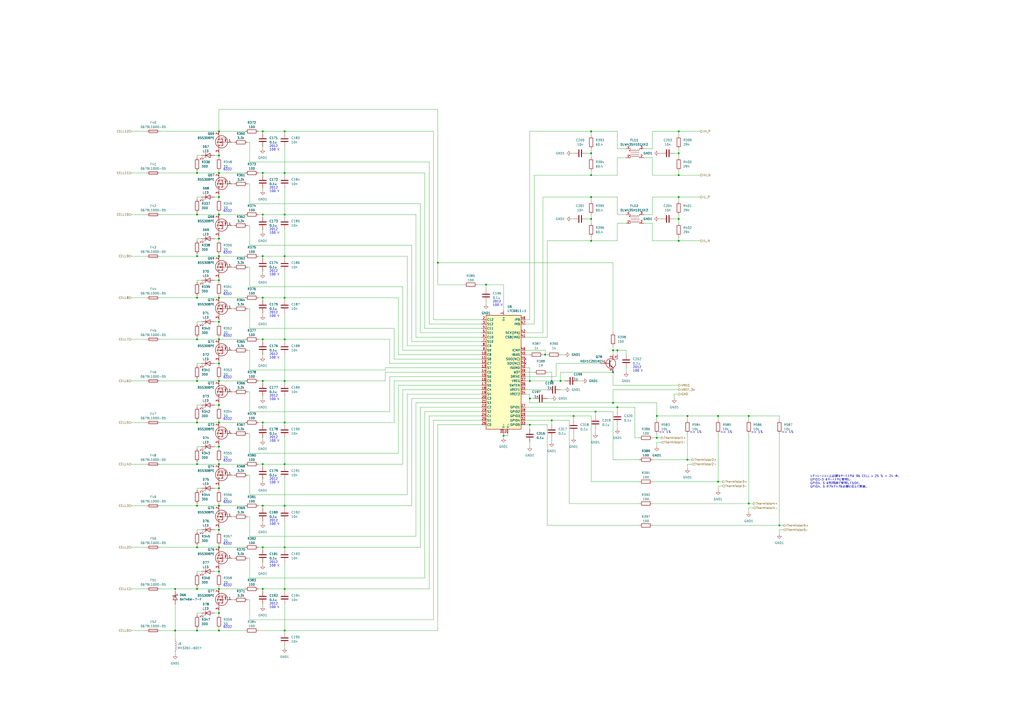
<source format=kicad_sch>
(kicad_sch (version 20230121) (generator eeschema)
  (paper "A2")
  (lib_symbols
    (symbol "Device:C" (pin_numbers hide) (pin_names (offset 0.254))
      (property "Reference" "C" (at 0.635 2.54 0))
      (property "Value" "C" (at 0.635 -2.54 0))
      (symbol "C_1_1"
        (pin passive line (at 0 3.81 270) (length 2.794) (name "~") (number "1"))
        (pin passive line (at 0 -3.81 90) (length 2.794) (name "~") (number "2"))
      )
    )
    (symbol "Device:LED" (pin_numbers hide) (pin_names (offset 1.016) hide)
      (property "Reference" "D" (at 0 2.54 0))
      (property "Value" "LED" (at 0 -2.54 0))
      (symbol "LED_1_1"
        (pin passive line (at -3.81 0 0) (length 2.54) (name "K") (number "1"))
        (pin passive line (at 3.81 0 180) (length 2.54) (name "A") (number "2"))
      )
    )
    (symbol "Device:R" (pin_numbers hide) (pin_names (offset 0))
      (property "Reference" "R" (at 2.032 0 90))
      (property "Value" "R" (at 0 0 90))
      (symbol "R_1_1"
        (pin passive line (at 0 3.81 270) (length 1.27) (name "~") (number "1"))
        (pin passive line (at 0 -3.81 90) (length 1.27) (name "~") (number "2"))
      )
    )
    (symbol "ProjectEV:BatteryManagement_LTC6811-1"
      (property "Reference" "U" (at -10.16 34.29 0))
      (property "Value" "LTC6811-1" (at -16.51 -34.29 0))
      (symbol "BatteryManagement_LTC6811-1_1_1"
        (pin power_in line (at 0 35.56 270) (length 2.54) (name "V+") (number "1"))
        (pin input line (at -12.7 10.16 0) (length 2.54) (name "C8") (number "10"))
        (pin bidirectional line (at -12.7 7.62 0) (length 2.54) (name "S8") (number "11"))
        (pin input line (at -12.7 5.08 0) (length 2.54) (name "C7") (number "12"))
        (pin bidirectional line (at -12.7 2.54 0) (length 2.54) (name "S7") (number "13"))
        (pin input line (at -12.7 0 0) (length 2.54) (name "C6") (number "14"))
        (pin bidirectional line (at -12.7 -2.54 0) (length 2.54) (name "S6") (number "15"))
        (pin input line (at -12.7 -5.08 0) (length 2.54) (name "C5") (number "16"))
        (pin bidirectional line (at -12.7 -7.62 0) (length 2.54) (name "S5") (number "17"))
        (pin input line (at -12.7 -10.16 0) (length 2.54) (name "C4") (number "18"))
        (pin bidirectional line (at -12.7 -12.7 0) (length 2.54) (name "S4") (number "19"))
        (pin input line (at -12.7 30.48 0) (length 2.54) (name "C12") (number "2"))
        (pin input line (at -12.7 -15.24 0) (length 2.54) (name "C3") (number "20"))
        (pin bidirectional line (at -12.7 -17.78 0) (length 2.54) (name "S3") (number "21"))
        (pin input line (at -12.7 -20.32 0) (length 2.54) (name "C2") (number "22"))
        (pin bidirectional line (at -12.7 -22.86 0) (length 2.54) (name "S2") (number "23"))
        (pin input line (at -12.7 -25.4 0) (length 2.54) (name "C1") (number "24"))
        (pin bidirectional line (at -12.7 -27.94 0) (length 2.54) (name "S1") (number "25"))
        (pin input line (at -12.7 -30.48 0) (length 2.54) (name "C0") (number "26"))
        (pin bidirectional line (at 12.7 -20.32 180) (length 2.54) (name "GPIO1") (number "27"))
        (pin bidirectional line (at 12.7 -22.86 180) (length 2.54) (name "GPIO2") (number "28"))
        (pin bidirectional line (at 12.7 -25.4 180) (length 2.54) (name "GPIO3") (number "29"))
        (pin bidirectional line (at -12.7 27.94 0) (length 2.54) (name "S12") (number "3"))
        (pin passive line (at 0 -35.56 90) (length 2.54) (name "V-") (number "30"))
        (pin passive line (at 2.54 -35.56 90) (length 2.54) (name "V-") (number "31"))
        (pin bidirectional line (at 12.7 -27.94 180) (length 2.54) (name "GPIO4") (number "32"))
        (pin bidirectional line (at 12.7 -30.48 180) (length 2.54) (name "GPIO5") (number "33"))
        (pin output line (at 12.7 -12.7 180) (length 2.54) (name "VREF2") (number "34"))
        (pin output line (at 12.7 -10.16 180) (length 2.54) (name "VREF1") (number "35"))
        (pin input line (at 12.7 -7.62 180) (length 2.54) (name "SWTEN") (number "36"))
        (pin input line (at 12.7 -5.08 180) (length 2.54) (name "VREG") (number "37"))
        (pin output line (at 12.7 -2.54 180) (length 2.54) (name "DRIVE") (number "38"))
        (pin output line (at 12.7 0 180) (length 2.54) (name "WDT") (number "39"))
        (pin input line (at -12.7 25.4 0) (length 2.54) (name "C11") (number "4"))
        (pin input line (at 12.7 2.54 180) (length 2.54) (name "ISOMD") (number "40"))
        (pin bidirectional line (at 12.7 20.32 180) (length 2.54) (name "CSB(IMA)") (number "41"))
        (pin bidirectional line (at 12.7 22.86 180) (length 2.54) (name "SCK(IPA)") (number "42"))
        (pin input line (at 12.7 5.08 180) (length 2.54) (name "SDI(NC)") (number "43"))
        (pin open_collector line (at 12.7 7.62 180) (length 2.54) (name "SDO(NC)") (number "44"))
        (pin passive line (at 12.7 10.16 180) (length 2.54) (name "IBIAS") (number "45"))
        (pin passive line (at 12.7 12.7 180) (length 2.54) (name "ICMP") (number "46"))
        (pin bidirectional line (at 12.7 27.94 180) (length 2.54) (name "IMB") (number "47"))
        (pin bidirectional line (at 12.7 30.48 180) (length 2.54) (name "IPB") (number "48"))
        (pin bidirectional line (at -12.7 22.86 0) (length 2.54) (name "S11") (number "5"))
        (pin input line (at -12.7 20.32 0) (length 2.54) (name "C10") (number "6"))
        (pin bidirectional line (at -12.7 17.78 0) (length 2.54) (name "S10") (number "7"))
        (pin input line (at -12.7 15.24 0) (length 2.54) (name "C9") (number "8"))
        (pin bidirectional line (at -12.7 12.7 0) (length 2.54) (name "S9") (number "9"))
      )
    )
    (symbol "ProjectEV:CommonModeChoke_DLW43SH101" (pin_names (offset 0.254) hide)
      (property "Reference" "FL" (at 0 4.445 0))
      (property "Value" "DLW43SH101" (at 0 -4.445 0))
      (symbol "CommonModeChoke_DLW43SH101_1_1"
        (pin passive line (at -5.08 -2.54 0) (length 2.54) (name "1") (number "1"))
        (pin passive line (at 5.08 -2.54 180) (length 2.54) (name "2") (number "2"))
        (pin passive line (at 5.08 2.54 180) (length 2.54) (name "3") (number "3"))
        (pin passive line (at -5.08 2.54 0) (length 2.54) (name "4") (number "4"))
      )
    )
    (symbol "ProjectEV:D_BAT46W-7-F" (pin_numbers hide) (pin_names (offset 1.016) hide)
      (property "Reference" "D" (at 0 2.54 0))
      (property "Value" "BAT46W-7-F" (at 0 -2.54 0))
      (symbol "D_BAT46W-7-F_1_1"
        (pin passive line (at -3.81 0 0) (length 2.54) (name "K") (number "1"))
        (pin passive line (at 3.81 0 180) (length 2.54) (name "A") (number "2"))
      )
    )
    (symbol "ProjectEV:Fuse_0679L1000-05" (pin_numbers hide) (pin_names (offset 0))
      (property "Reference" "F" (at 2.032 0 90))
      (property "Value" "0679L1000-05" (at -1.905 0 90))
      (symbol "Fuse_0679L1000-05_1_1"
        (pin passive line (at 0 3.81 270) (length 1.27) (name "~") (number "1"))
        (pin passive line (at 0 -3.81 90) (length 1.27) (name "~") (number "2"))
      )
    )
    (symbol "ProjectEV:GND6" (power) (pin_names (offset 0))
      (property "Value" "GND6" (at 0 -3.81 0))
      (symbol "GND6_1_1"
        (pin power_in line (at 0 0 270) (length 0) hide (name "GND1") (number "1"))
      )
    )
    (symbol "ProjectEV:L_MH3261" (pin_numbers hide) (pin_names (offset 1.016) hide)
      (property "Reference" "L" (at -1.27 0 90))
      (property "Value" "MH3261" (at 1.905 0 90))
      (symbol "L_MH3261_1_1"
        (pin passive line (at 0 3.81 270) (length 1.27) (name "1") (number "1"))
        (pin passive line (at 0 -3.81 90) (length 1.27) (name "2") (number "2"))
      )
    )
    (symbol "ProjectEV:Transistor_BSS308PE" (pin_names (offset 0) hide)
      (property "Reference" "Q" (at 5.08 1.27 0))
      (property "Value" "BSS308PE" (at 5.08 -1.27 0))
      (symbol "Transistor_BSS308PE_1_1"
        (pin input line (at -5.08 0 0) (length 2.54) (name "G") (number "1"))
        (pin passive line (at 2.54 -6.35 90) (length 2.54) (name "S") (number "2"))
        (pin passive line (at 2.54 6.35 270) (length 2.54) (name "D") (number "3"))
      )
    )
    (symbol "ProjectEV:Transistor_NSV1C201MZ4" (pin_names (offset 0) hide)
      (property "Reference" "Q" (at 5.08 1.27 0))
      (property "Value" "NSV1C201MZ4" (at 5.08 -1.27 0))
      (symbol "Transistor_NSV1C201MZ4_1_1"
        (pin passive line (at -5.08 0 0) (length 5.715) (name "B") (number "1"))
        (pin passive line (at 2.54 5.08 270) (length 2.54) (name "C") (number "2"))
        (pin passive line (at 2.54 -5.08 90) (length 2.54) (name "E") (number "3"))
        (pin passive line (at 5.08 5.08 270) (length 2.54) (name "C") (number "4"))
      )
    )
  )
  (junction (at 114.3 341.63))
  (junction (at 152.4 341.63))
  (junction (at 152.4 269.24))
  (junction (at 152.4 124.46))
  (junction (at 320.04 220.98))
  (junction (at 393.7 127))
  (junction (at 114.3 196.85))
  (junction (at 127 317.5))
  (junction (at 127 220.98))
  (junction (at 114.3 148.59))
  (junction (at 127 283.21))
  (junction (at 127 355.6))
  (junction (at 165.1 76.2))
  (junction (at 127 234.95))
  (junction (at 342.9 139.7))
  (junction (at 381 254))
  (junction (at 114.3 269.24))
  (junction (at 345.44 238.76))
  (junction (at 114.3 317.5))
  (junction (at 127 259.08))
  (junction (at 152.4 245.11))
  (junction (at 381 241.3))
  (junction (at 165.1 365.76))
  (junction (at 152.4 317.5))
  (junction (at 342.9 101.6))
  (junction (at 165.1 148.59))
  (junction (at 127 269.24))
  (junction (at 152.4 148.59))
  (junction (at 316.23 205.74))
  (junction (at 165.1 220.98))
  (junction (at 332.74 241.3))
  (junction (at 127 186.69))
  (junction (at 114.3 293.37))
  (junction (at 342.9 76.2))
  (junction (at 292.1 252.73))
  (junction (at 127 245.11))
  (junction (at 342.9 114.3))
  (junction (at 165.1 100.33))
  (junction (at 127 148.59))
  (junction (at 342.9 127))
  (junction (at 452.12 304.8))
  (junction (at 307.34 231.14))
  (junction (at 393.7 114.3))
  (junction (at 127 114.3))
  (junction (at 101.6 341.63))
  (junction (at 127 365.76))
  (junction (at 165.1 293.37))
  (junction (at 416.56 241.3))
  (junction (at 393.7 88.9))
  (junction (at 152.4 172.72))
  (junction (at 398.78 241.3))
  (junction (at 358.14 236.22))
  (junction (at 127 90.17))
  (junction (at 165.1 172.72))
  (junction (at 152.4 293.37))
  (junction (at 127 162.56))
  (junction (at 127 331.47))
  (junction (at 127 138.43))
  (junction (at 416.56 279.4))
  (junction (at 101.6 365.76))
  (junction (at 165.1 317.5))
  (junction (at 114.3 245.11))
  (junction (at 114.3 365.76))
  (junction (at 127 196.85))
  (junction (at 165.1 124.46))
  (junction (at 127 210.82))
  (junction (at 355.6 233.68))
  (junction (at 152.4 220.98))
  (junction (at 398.78 266.7))
  (junction (at 281.94 165.1))
  (junction (at 114.3 100.33))
  (junction (at 127 76.2))
  (junction (at 152.4 76.2))
  (junction (at 355.6 203.2))
  (junction (at 393.7 76.2))
  (junction (at 127 341.63))
  (junction (at 342.9 88.9))
  (junction (at 325.12 220.98))
  (junction (at 393.7 139.7))
  (junction (at 127 307.34))
  (junction (at 152.4 100.33))
  (junction (at 127 100.33))
  (junction (at 165.1 196.85))
  (junction (at 127 172.72))
  (junction (at 307.34 246.38))
  (junction (at 320.04 243.84))
  (junction (at 434.34 241.3))
  (junction (at 152.4 196.85))
  (junction (at 127 124.46))
  (junction (at 355.6 215.9))
  (junction (at 434.34 292.1))
  (junction (at 165.1 341.63))
  (junction (at 358.14 203.2))
  (junction (at 393.7 101.6))
  (junction (at 165.1 245.11))
  (junction (at 114.3 220.98))
  (junction (at 307.34 220.98))
  (junction (at 114.3 124.46))
  (junction (at 254 152.4))
  (junction (at 127 293.37))
  (junction (at 165.1 269.24))
  (junction (at 114.3 172.72))
  (no_connect (at 304.8 208.28))
  (no_connect (at 304.8 210.82))
  (wire (pts (xy 393.7 139.7) (xy 378.46 139.7)))
  (wire (pts (xy 127 269.24) (xy 142.24 269.24)))
  (wire (pts (xy 393.7 76.2) (xy 393.7 78.74)))
  (wire (pts (xy 114.3 267.97) (xy 114.3 269.24)))
  (wire (pts (xy 281.94 165.1) (xy 281.94 167.64)))
  (wire (pts (xy 114.3 147.32) (xy 114.3 148.59)))
  (wire (pts (xy 165.1 133.35) (xy 165.1 148.59)))
  (wire (pts (xy 281.94 175.26) (xy 281.94 176.53)))
  (wire (pts (xy 101.6 378.46) (xy 101.6 379.73)))
  (wire (pts (xy 114.3 100.33) (xy 127 100.33)))
  (wire (pts (xy 124.46 138.43) (xy 127 138.43)))
  (wire (pts (xy 320.04 243.84) (xy 320.04 246.38)))
  (wire (pts (xy 373.38 124.46) (xy 378.46 124.46)))
  (wire (pts (xy 127 331.47) (xy 127 332.74)))
  (wire (pts (xy 304.8 195.58) (xy 317.5 195.58)))
  (wire (pts (xy 355.6 266.7) (xy 370.84 266.7)))
  (wire (pts (xy 378.46 279.4) (xy 416.56 279.4)))
  (wire (pts (xy 452.12 304.8) (xy 454.66 304.8)))
  (wire (pts (xy 92.71 100.33) (xy 114.3 100.33)))
  (wire (pts (xy 127 281.94) (xy 127 283.21)))
  (wire (pts (xy 279.4 220.98) (xy 228.6 220.98)))
  (wire (pts (xy 391.16 228.6) (xy 393.7 228.6)))
  (wire (pts (xy 279.4 226.06) (xy 233.68 226.06)))
  (wire (pts (xy 452.12 307.34) (xy 454.66 307.34)))
  (wire (pts (xy 342.9 114.3) (xy 342.9 116.84)))
  (wire (pts (xy 393.7 137.16) (xy 393.7 139.7)))
  (wire (pts (xy 304.8 185.42) (xy 307.34 185.42)))
  (wire (pts (xy 152.4 326.39) (xy 152.4 327.66)))
  (wire (pts (xy 149.86 196.85) (xy 152.4 196.85)))
  (wire (pts (xy 292.1 251.46) (xy 292.1 252.73)))
  (wire (pts (xy 76.2 124.46) (xy 85.09 124.46)))
  (wire (pts (xy 134.62 130.81) (xy 135.89 130.81)))
  (wire (pts (xy 393.7 139.7) (xy 406.4 139.7)))
  (wire (pts (xy 127 209.55) (xy 127 210.82)))
  (wire (pts (xy 144.78 347.98) (xy 144.78 359.41)))
  (wire (pts (xy 76.2 245.11) (xy 85.09 245.11)))
  (wire (pts (xy 101.6 365.76) (xy 101.6 370.84)))
  (wire (pts (xy 127 63.5) (xy 254 63.5)))
  (wire (pts (xy 92.71 269.24) (xy 114.3 269.24)))
  (wire (pts (xy 149.86 365.76) (xy 165.1 365.76)))
  (wire (pts (xy 345.44 248.92) (xy 345.44 251.46)))
  (wire (pts (xy 304.8 236.22) (xy 358.14 236.22)))
  (wire (pts (xy 76.2 196.85) (xy 85.09 196.85)))
  (wire (pts (xy 304.8 243.84) (xy 320.04 243.84)))
  (wire (pts (xy 279.4 231.14) (xy 238.76 231.14)))
  (wire (pts (xy 294.64 252.73) (xy 292.1 252.73)))
  (wire (pts (xy 393.7 124.46) (xy 393.7 127)))
  (wire (pts (xy 228.6 190.5) (xy 228.6 208.28)))
  (wire (pts (xy 116.84 259.08) (xy 114.3 259.08)))
  (wire (pts (xy 304.8 205.74) (xy 307.34 205.74)))
  (wire (pts (xy 127 365.76) (xy 127 364.49)))
  (wire (pts (xy 127 365.76) (xy 142.24 365.76)))
  (wire (pts (xy 165.1 100.33) (xy 165.1 101.6)))
  (wire (pts (xy 304.8 241.3) (xy 332.74 241.3)))
  (wire (pts (xy 381 254) (xy 378.46 254)))
  (wire (pts (xy 342.9 127) (xy 342.9 129.54)))
  (wire (pts (xy 152.4 269.24) (xy 152.4 270.51)))
  (wire (pts (xy 238.76 142.24) (xy 238.76 198.12)))
  (wire (pts (xy 332.74 241.3) (xy 332.74 243.84)))
  (wire (pts (xy 149.86 317.5) (xy 152.4 317.5)))
  (wire (pts (xy 342.9 114.3) (xy 358.14 114.3)))
  (wire (pts (xy 251.46 76.2) (xy 165.1 76.2)))
  (wire (pts (xy 398.78 271.78) (xy 398.78 269.24)))
  (wire (pts (xy 358.14 76.2) (xy 358.14 86.36)))
  (wire (pts (xy 144.78 335.28) (xy 246.38 335.28)))
  (wire (pts (xy 345.44 238.76) (xy 355.6 238.76)))
  (wire (pts (xy 165.1 302.26) (xy 165.1 317.5)))
  (wire (pts (xy 320.04 243.84) (xy 330.2 243.84)))
  (wire (pts (xy 165.1 109.22) (xy 165.1 124.46)))
  (wire (pts (xy 243.84 118.11) (xy 243.84 193.04)))
  (wire (pts (xy 228.6 208.28) (xy 279.4 208.28)))
  (wire (pts (xy 143.51 227.33) (xy 144.78 227.33)))
  (wire (pts (xy 152.4 124.46) (xy 152.4 125.73)))
  (wire (pts (xy 143.51 323.85) (xy 144.78 323.85)))
  (wire (pts (xy 342.9 76.2) (xy 342.9 78.74)))
  (wire (pts (xy 144.78 142.24) (xy 238.76 142.24)))
  (wire (pts (xy 114.3 307.34) (xy 114.3 308.61)))
  (wire (pts (xy 342.9 124.46) (xy 342.9 127)))
  (wire (pts (xy 251.46 243.84) (xy 279.4 243.84)))
  (wire (pts (xy 116.84 331.47) (xy 114.3 331.47)))
  (wire (pts (xy 143.51 347.98) (xy 144.78 347.98)))
  (wire (pts (xy 165.1 254) (xy 165.1 269.24)))
  (wire (pts (xy 231.14 172.72) (xy 165.1 172.72)))
  (wire (pts (xy 127 259.08) (xy 127 260.35)))
  (wire (pts (xy 358.14 101.6) (xy 358.14 91.44)))
  (wire (pts (xy 92.71 365.76) (xy 101.6 365.76)))
  (wire (pts (xy 134.62 347.98) (xy 135.89 347.98)))
  (wire (pts (xy 116.84 90.17) (xy 114.3 90.17)))
  (wire (pts (xy 76.2 172.72) (xy 85.09 172.72)))
  (wire (pts (xy 398.78 243.84) (xy 398.78 241.3)))
  (wire (pts (xy 393.7 99.06) (xy 393.7 101.6)))
  (wire (pts (xy 144.78 203.2) (xy 144.78 214.63)))
  (wire (pts (xy 114.3 162.56) (xy 114.3 163.83)))
  (wire (pts (xy 144.78 118.11) (xy 243.84 118.11)))
  (wire (pts (xy 114.3 283.21) (xy 114.3 284.48)))
  (wire (pts (xy 279.4 205.74) (xy 231.14 205.74)))
  (wire (pts (xy 165.1 157.48) (xy 165.1 172.72)))
  (wire (pts (xy 246.38 335.28) (xy 246.38 238.76)))
  (wire (pts (xy 152.4 220.98) (xy 165.1 220.98)))
  (wire (pts (xy 434.34 251.46) (xy 434.34 292.1)))
  (wire (pts (xy 114.3 171.45) (xy 114.3 172.72)))
  (wire (pts (xy 416.56 279.4) (xy 419.1 279.4)))
  (wire (pts (xy 342.9 88.9) (xy 342.9 91.44)))
  (wire (pts (xy 355.6 203.2) (xy 355.6 205.74)))
  (wire (pts (xy 279.4 210.82) (xy 226.06 210.82)))
  (wire (pts (xy 434.34 297.18) (xy 434.34 294.64)))
  (wire (pts (xy 92.71 172.72) (xy 114.3 172.72)))
  (wire (pts (xy 165.1 148.59) (xy 165.1 149.86)))
  (wire (pts (xy 279.4 200.66) (xy 236.22 200.66)))
  (wire (pts (xy 144.78 251.46) (xy 144.78 262.89)))
  (wire (pts (xy 152.4 302.26) (xy 152.4 303.53)))
  (wire (pts (xy 143.51 203.2) (xy 144.78 203.2)))
  (wire (pts (xy 149.86 172.72) (xy 152.4 172.72)))
  (wire (pts (xy 342.9 76.2) (xy 358.14 76.2)))
  (wire (pts (xy 246.38 100.33) (xy 165.1 100.33)))
  (wire (pts (xy 114.3 292.1) (xy 114.3 293.37)))
  (wire (pts (xy 127 114.3) (xy 127 115.57)))
  (wire (pts (xy 393.7 127) (xy 393.7 129.54)))
  (wire (pts (xy 124.46 283.21) (xy 127 283.21)))
  (wire (pts (xy 116.84 210.82) (xy 114.3 210.82)))
  (wire (pts (xy 101.6 350.52) (xy 101.6 365.76)))
  (wire (pts (xy 320.04 254) (xy 320.04 256.54)))
  (wire (pts (xy 320.04 220.98) (xy 325.12 220.98)))
  (wire (pts (xy 358.14 91.44) (xy 363.22 91.44)))
  (wire (pts (xy 127 196.85) (xy 127 195.58)))
  (wire (pts (xy 165.1 317.5) (xy 165.1 318.77)))
  (wire (pts (xy 114.3 219.71) (xy 114.3 220.98)))
  (wire (pts (xy 114.3 243.84) (xy 114.3 245.11)))
  (wire (pts (xy 246.38 190.5) (xy 246.38 100.33)))
  (wire (pts (xy 279.4 241.3) (xy 248.92 241.3)))
  (wire (pts (xy 143.51 106.68) (xy 144.78 106.68)))
  (wire (pts (xy 317.5 304.8) (xy 317.5 246.38)))
  (wire (pts (xy 294.64 251.46) (xy 294.64 252.73)))
  (wire (pts (xy 165.1 269.24) (xy 165.1 270.51)))
  (wire (pts (xy 342.9 279.4) (xy 342.9 241.3)))
  (wire (pts (xy 241.3 195.58) (xy 241.3 124.46)))
  (wire (pts (xy 127 233.68) (xy 127 234.95)))
  (wire (pts (xy 393.7 226.06) (xy 355.6 226.06)))
  (wire (pts (xy 331.47 88.9) (xy 332.74 88.9)))
  (wire (pts (xy 393.7 114.3) (xy 406.4 114.3)))
  (wire (pts (xy 391.16 88.9) (xy 393.7 88.9)))
  (wire (pts (xy 92.71 124.46) (xy 114.3 124.46)))
  (wire (pts (xy 144.78 154.94) (xy 144.78 166.37)))
  (wire (pts (xy 134.62 154.94) (xy 135.89 154.94)))
  (wire (pts (xy 101.6 341.63) (xy 114.3 341.63)))
  (wire (pts (xy 114.3 355.6) (xy 114.3 356.87)))
  (wire (pts (xy 76.2 317.5) (xy 85.09 317.5)))
  (wire (pts (xy 378.46 129.54) (xy 373.38 129.54)))
  (wire (pts (xy 144.78 106.68) (xy 144.78 118.11)))
  (wire (pts (xy 92.71 293.37) (xy 114.3 293.37)))
  (wire (pts (xy 231.14 205.74) (xy 231.14 172.72)))
  (wire (pts (xy 248.92 241.3) (xy 248.92 341.63)))
  (wire (pts (xy 233.68 226.06) (xy 233.68 269.24)))
  (wire (pts (xy 276.86 165.1) (xy 281.94 165.1)))
  (wire (pts (xy 127 90.17) (xy 127 91.44)))
  (wire (pts (xy 241.3 233.68) (xy 279.4 233.68)))
  (wire (pts (xy 152.4 196.85) (xy 165.1 196.85)))
  (wire (pts (xy 307.34 246.38) (xy 307.34 248.92)))
  (wire (pts (xy 165.1 326.39) (xy 165.1 341.63)))
  (wire (pts (xy 92.71 148.59) (xy 114.3 148.59)))
  (wire (pts (xy 114.3 123.19) (xy 114.3 124.46)))
  (wire (pts (xy 144.78 130.81) (xy 144.78 142.24)))
  (wire (pts (xy 393.7 223.52) (xy 355.6 223.52)))
  (wire (pts (xy 331.47 127) (xy 332.74 127)))
  (wire (pts (xy 335.28 220.98) (xy 337.82 220.98)))
  (wire (pts (xy 114.3 365.76) (xy 127 365.76)))
  (wire (pts (xy 340.36 127) (xy 342.9 127)))
  (wire (pts (xy 248.92 187.96) (xy 279.4 187.96)))
  (wire (pts (xy 101.6 365.76) (xy 114.3 365.76)))
  (wire (pts (xy 358.14 129.54) (xy 363.22 129.54)))
  (wire (pts (xy 127 355.6) (xy 127 356.87)))
  (wire (pts (xy 116.84 355.6) (xy 114.3 355.6)))
  (wire (pts (xy 127 330.2) (xy 127 331.47)))
  (wire (pts (xy 381 256.54) (xy 383.54 256.54)))
  (wire (pts (xy 144.78 299.72) (xy 144.78 311.15)))
  (wire (pts (xy 152.4 341.63) (xy 165.1 341.63)))
  (wire (pts (xy 370.84 304.8) (xy 317.5 304.8)))
  (wire (pts (xy 134.62 82.55) (xy 135.89 82.55)))
  (wire (pts (xy 345.44 238.76) (xy 304.8 238.76)))
  (wire (pts (xy 76.2 220.98) (xy 85.09 220.98)))
  (wire (pts (xy 332.74 251.46) (xy 332.74 254)))
  (wire (pts (xy 381 251.46) (xy 381 254)))
  (wire (pts (xy 149.86 100.33) (xy 152.4 100.33)))
  (wire (pts (xy 307.34 231.14) (xy 309.88 231.14)))
  (wire (pts (xy 127 317.5) (xy 142.24 317.5)))
  (wire (pts (xy 434.34 241.3) (xy 452.12 241.3)))
  (wire (pts (xy 236.22 287.02) (xy 236.22 228.6)))
  (wire (pts (xy 152.4 220.98) (xy 152.4 222.25)))
  (wire (pts (xy 393.7 88.9) (xy 393.7 91.44)))
  (wire (pts (xy 76.2 100.33) (xy 85.09 100.33)))
  (wire (pts (xy 152.4 341.63) (xy 152.4 342.9)))
  (wire (pts (xy 236.22 200.66) (xy 236.22 148.59)))
  (wire (pts (xy 416.56 241.3) (xy 416.56 243.84)))
  (wire (pts (xy 127 283.21) (xy 127 284.48)))
  (wire (pts (xy 149.86 293.37) (xy 152.4 293.37)))
  (wire (pts (xy 165.1 124.46) (xy 165.1 125.73)))
  (wire (pts (xy 114.3 186.69) (xy 114.3 187.96)))
  (wire (pts (xy 254 152.4) (xy 254 165.1)))
  (wire (pts (xy 114.3 220.98) (xy 127 220.98)))
  (wire (pts (xy 114.3 316.23) (xy 114.3 317.5)))
  (wire (pts (xy 342.9 101.6) (xy 358.14 101.6)))
  (wire (pts (xy 76.2 76.2) (xy 85.09 76.2)))
  (wire (pts (xy 317.5 215.9) (xy 320.04 215.9)))
  (wire (pts (xy 152.4 85.09) (xy 152.4 86.36)))
  (wire (pts (xy 226.06 218.44) (xy 279.4 218.44)))
  (wire (pts (xy 124.46 186.69) (xy 127 186.69)))
  (wire (pts (xy 92.71 220.98) (xy 114.3 220.98)))
  (wire (pts (xy 355.6 193.04) (xy 355.6 152.4)))
  (wire (pts (xy 144.78 179.07) (xy 144.78 190.5)))
  (wire (pts (xy 165.1 85.09) (xy 165.1 100.33)))
  (wire (pts (xy 381 233.68) (xy 381 241.3)))
  (wire (pts (xy 358.14 246.38) (xy 358.14 248.92)))
  (wire (pts (xy 127 161.29) (xy 127 162.56)))
  (wire (pts (xy 330.2 243.84) (xy 330.2 292.1)))
  (wire (pts (xy 416.56 251.46) (xy 416.56 279.4)))
  (wire (pts (xy 127 137.16) (xy 127 138.43)))
  (wire (pts (xy 127 88.9) (xy 127 90.17)))
  (wire (pts (xy 238.76 293.37) (xy 165.1 293.37)))
  (wire (pts (xy 127 257.81) (xy 127 259.08)))
  (wire (pts (xy 116.84 138.43) (xy 114.3 138.43)))
  (wire (pts (xy 116.84 114.3) (xy 114.3 114.3)))
  (wire (pts (xy 378.46 292.1) (xy 434.34 292.1)))
  (wire (pts (xy 307.34 228.6) (xy 304.8 228.6)))
  (wire (pts (xy 165.1 172.72) (xy 165.1 173.99)))
  (wire (pts (xy 165.1 365.76) (xy 165.1 367.03)))
  (wire (pts (xy 322.58 218.44) (xy 304.8 218.44)))
  (wire (pts (xy 304.8 215.9) (xy 309.88 215.9)))
  (wire (pts (xy 152.4 109.22) (xy 152.4 110.49)))
  (wire (pts (xy 322.58 210.82) (xy 347.98 210.82)))
  (wire (pts (xy 152.4 196.85) (xy 152.4 198.12)))
  (wire (pts (xy 127 317.5) (xy 127 316.23)))
  (wire (pts (xy 127 172.72) (xy 142.24 172.72)))
  (wire (pts (xy 124.46 355.6) (xy 127 355.6)))
  (wire (pts (xy 452.12 309.88) (xy 452.12 307.34)))
  (wire (pts (xy 314.96 114.3) (xy 342.9 114.3)))
  (wire (pts (xy 152.4 229.87) (xy 152.4 231.14)))
  (wire (pts (xy 152.4 205.74) (xy 152.4 207.01)))
  (wire (pts (xy 127 293.37) (xy 127 292.1)))
  (wire (pts (xy 238.76 198.12) (xy 279.4 198.12)))
  (wire (pts (xy 114.3 364.49) (xy 114.3 365.76)))
  (wire (pts (xy 381 241.3) (xy 381 243.84)))
  (wire (pts (xy 304.8 213.36) (xy 307.34 213.36)))
  (wire (pts (xy 124.46 331.47) (xy 127 331.47)))
  (wire (pts (xy 143.51 179.07) (xy 144.78 179.07)))
  (wire (pts (xy 355.6 203.2) (xy 358.14 203.2)))
  (wire (pts (xy 165.1 220.98) (xy 165.1 222.25)))
  (wire (pts (xy 246.38 238.76) (xy 279.4 238.76)))
  (wire (pts (xy 279.4 246.38) (xy 254 246.38)))
  (wire (pts (xy 116.84 234.95) (xy 114.3 234.95)))
  (wire (pts (xy 149.86 269.24) (xy 152.4 269.24)))
  (wire (pts (xy 134.62 299.72) (xy 135.89 299.72)))
  (wire (pts (xy 127 124.46) (xy 127 123.19)))
  (wire (pts (xy 152.4 317.5) (xy 152.4 318.77)))
  (wire (pts (xy 143.51 251.46) (xy 144.78 251.46)))
  (wire (pts (xy 92.71 341.63) (xy 101.6 341.63)))
  (wire (pts (xy 165.1 205.74) (xy 165.1 220.98)))
  (wire (pts (xy 393.7 101.6) (xy 378.46 101.6)))
  (wire (pts (xy 144.78 93.98) (xy 248.92 93.98)))
  (wire (pts (xy 165.1 196.85) (xy 165.1 198.12)))
  (wire (pts (xy 307.34 76.2) (xy 342.9 76.2)))
  (wire (pts (xy 279.4 185.42) (xy 251.46 185.42)))
  (wire (pts (xy 152.4 245.11) (xy 152.4 246.38)))
  (wire (pts (xy 416.56 281.94) (xy 419.1 281.94)))
  (wire (pts (xy 452.12 241.3) (xy 452.12 243.84)))
  (wire (pts (xy 363.22 213.36) (xy 363.22 215.9)))
  (wire (pts (xy 231.14 262.89) (xy 231.14 223.52)))
  (wire (pts (xy 355.6 152.4) (xy 254 152.4)))
  (wire (pts (xy 238.76 231.14) (xy 238.76 293.37)))
  (wire (pts (xy 124.46 234.95) (xy 127 234.95)))
  (wire (pts (xy 143.51 299.72) (xy 144.78 299.72)))
  (wire (pts (xy 248.92 341.63) (xy 165.1 341.63)))
  (wire (pts (xy 152.4 76.2) (xy 152.4 77.47)))
  (wire (pts (xy 358.14 203.2) (xy 363.22 203.2)))
  (wire (pts (xy 317.5 246.38) (xy 307.34 246.38)))
  (wire (pts (xy 381 254) (xy 383.54 254)))
  (wire (pts (xy 391.16 127) (xy 393.7 127)))
  (wire (pts (xy 152.4 350.52) (xy 152.4 351.79)))
  (wire (pts (xy 149.86 341.63) (xy 152.4 341.63)))
  (wire (pts (xy 368.3 236.22) (xy 358.14 236.22)))
  (wire (pts (xy 127 76.2) (xy 127 63.5)))
  (wire (pts (xy 127 185.42) (xy 127 186.69)))
  (wire (pts (xy 233.68 203.2) (xy 279.4 203.2)))
  (wire (pts (xy 127 113.03) (xy 127 114.3)))
  (wire (pts (xy 114.3 172.72) (xy 127 172.72)))
  (wire (pts (xy 127 341.63) (xy 127 340.36)))
  (wire (pts (xy 254 165.1) (xy 269.24 165.1)))
  (wire (pts (xy 114.3 293.37) (xy 127 293.37)))
  (wire (pts (xy 127 148.59) (xy 127 147.32)))
  (wire (pts (xy 114.3 245.11) (xy 127 245.11)))
  (wire (pts (xy 281.94 165.1) (xy 292.1 165.1)))
  (wire (pts (xy 226.06 196.85) (xy 165.1 196.85)))
  (wire (pts (xy 378.46 266.7) (xy 398.78 266.7)))
  (wire (pts (xy 307.34 231.14) (xy 307.34 233.68)))
  (wire (pts (xy 144.78 227.33) (xy 144.78 238.76)))
  (wire (pts (xy 127 245.11) (xy 127 243.84)))
  (wire (pts (xy 228.6 220.98) (xy 228.6 245.11)))
  (wire (pts (xy 114.3 90.17) (xy 114.3 91.44)))
  (wire (pts (xy 342.9 137.16) (xy 342.9 139.7)))
  (wire (pts (xy 134.62 179.07) (xy 135.89 179.07)))
  (wire (pts (xy 292.1 252.73) (xy 292.1 254)))
  (wire (pts (xy 342.9 86.36) (xy 342.9 88.9)))
  (wire (pts (xy 355.6 200.66) (xy 355.6 203.2)))
  (wire (pts (xy 325.12 220.98) (xy 327.66 220.98)))
  (wire (pts (xy 304.8 193.04) (xy 314.96 193.04)))
  (wire (pts (xy 165.1 181.61) (xy 165.1 196.85)))
  (wire (pts (xy 76.2 269.24) (xy 85.09 269.24)))
  (wire (pts (xy 317.5 231.14) (xy 320.04 231.14)))
  (wire (pts (xy 127 186.69) (xy 127 187.96)))
  (wire (pts (xy 144.78 311.15) (xy 241.3 311.15)))
  (wire (pts (xy 127 76.2) (xy 142.24 76.2)))
  (wire (pts (xy 92.71 245.11) (xy 114.3 245.11)))
  (wire (pts (xy 314.96 205.74) (xy 316.23 205.74)))
  (wire (pts (xy 358.14 236.22) (xy 358.14 238.76)))
  (wire (pts (xy 152.4 293.37) (xy 152.4 294.64)))
  (wire (pts (xy 149.86 220.98) (xy 152.4 220.98)))
  (wire (pts (xy 378.46 86.36) (xy 378.46 76.2)))
  (wire (pts (xy 279.4 195.58) (xy 241.3 195.58)))
  (wire (pts (xy 434.34 294.64) (xy 436.88 294.64)))
  (wire (pts (xy 355.6 215.9) (xy 325.12 215.9)))
  (wire (pts (xy 127 100.33) (xy 142.24 100.33)))
  (wire (pts (xy 152.4 269.24) (xy 165.1 269.24)))
  (wire (pts (xy 134.62 203.2) (xy 135.89 203.2)))
  (wire (pts (xy 226.06 238.76) (xy 226.06 218.44)))
  (wire (pts (xy 254 365.76) (xy 165.1 365.76)))
  (wire (pts (xy 143.51 130.81) (xy 144.78 130.81)))
  (wire (pts (xy 134.62 251.46) (xy 135.89 251.46)))
  (wire (pts (xy 127 354.33) (xy 127 355.6)))
  (wire (pts (xy 165.1 341.63) (xy 165.1 342.9)))
  (wire (pts (xy 152.4 317.5) (xy 165.1 317.5)))
  (wire (pts (xy 378.46 101.6) (xy 378.46 91.44)))
  (wire (pts (xy 378.46 114.3) (xy 393.7 114.3)))
  (wire (pts (xy 76.2 148.59) (xy 85.09 148.59)))
  (wire (pts (xy 143.51 154.94) (xy 144.78 154.94)))
  (wire (pts (xy 342.9 139.7) (xy 317.5 139.7)))
  (wire (pts (xy 378.46 139.7) (xy 378.46 129.54)))
  (wire (pts (xy 378.46 76.2) (xy 393.7 76.2)))
  (wire (pts (xy 241.3 124.46) (xy 165.1 124.46)))
  (wire (pts (xy 116.84 283.21) (xy 114.3 283.21)))
  (wire (pts (xy 342.9 99.06) (xy 342.9 101.6)))
  (wire (pts (xy 124.46 114.3) (xy 127 114.3)))
  (wire (pts (xy 382.27 88.9) (xy 383.54 88.9)))
  (wire (pts (xy 152.4 278.13) (xy 152.4 279.4)))
  (wire (pts (xy 325.12 205.74) (xy 327.66 205.74)))
  (wire (pts (xy 116.84 307.34) (xy 114.3 307.34)))
  (wire (pts (xy 358.14 203.2) (xy 358.14 205.74)))
  (wire (pts (xy 307.34 231.14) (xy 307.34 228.6)))
  (wire (pts (xy 316.23 205.74) (xy 317.5 205.74)))
  (wire (pts (xy 114.3 114.3) (xy 114.3 115.57)))
  (wire (pts (xy 92.71 76.2) (xy 127 76.2)))
  (wire (pts (xy 114.3 317.5) (xy 127 317.5)))
  (wire (pts (xy 152.4 133.35) (xy 152.4 134.62)))
  (wire (pts (xy 149.86 245.11) (xy 152.4 245.11)))
  (wire (pts (xy 114.3 138.43) (xy 114.3 139.7)))
  (wire (pts (xy 144.78 287.02) (xy 236.22 287.02)))
  (wire (pts (xy 152.4 157.48) (xy 152.4 158.75)))
  (wire (pts (xy 279.4 236.22) (xy 243.84 236.22)))
  (wire (pts (xy 248.92 93.98) (xy 248.92 187.96)))
  (wire (pts (xy 309.88 187.96) (xy 309.88 101.6)))
  (wire (pts (xy 358.14 114.3) (xy 358.14 124.46)))
  (wire (pts (xy 165.1 229.87) (xy 165.1 245.11)))
  (wire (pts (xy 434.34 241.3) (xy 434.34 243.84)))
  (wire (pts (xy 398.78 266.7) (xy 401.32 266.7)))
  (wire (pts (xy 368.3 254) (xy 368.3 236.22)))
  (wire (pts (xy 144.78 190.5) (xy 228.6 190.5)))
  (wire (pts (xy 317.5 139.7) (xy 317.5 195.58)))
  (wire (pts (xy 251.46 185.42) (xy 251.46 76.2)))
  (wire (pts (xy 92.71 317.5) (xy 114.3 317.5)))
  (wire (pts (xy 398.78 251.46) (xy 398.78 266.7)))
  (wire (pts (xy 152.4 181.61) (xy 152.4 182.88)))
  (wire (pts (xy 236.22 228.6) (xy 279.4 228.6)))
  (wire (pts (xy 144.78 166.37) (xy 233.68 166.37)))
  (wire (pts (xy 165.1 374.65) (xy 165.1 375.92)))
  (wire (pts (xy 243.84 317.5) (xy 165.1 317.5)))
  (wire (pts (xy 370.84 254) (xy 368.3 254)))
  (wire (pts (xy 127 220.98) (xy 142.24 220.98)))
  (wire (pts (xy 241.3 311.15) (xy 241.3 233.68)))
  (wire (pts (xy 152.4 148.59) (xy 165.1 148.59)))
  (wire (pts (xy 152.4 100.33) (xy 152.4 101.6)))
  (wire (pts (xy 149.86 148.59) (xy 152.4 148.59)))
  (wire (pts (xy 398.78 241.3) (xy 416.56 241.3)))
  (wire (pts (xy 124.46 210.82) (xy 127 210.82)))
  (wire (pts (xy 243.84 193.04) (xy 279.4 193.04)))
  (wire (pts (xy 314.96 193.04) (xy 314.96 114.3)))
  (wire (pts (xy 279.4 215.9) (xy 223.52 215.9)))
  (wire (pts (xy 144.78 262.89) (xy 231.14 262.89)))
  (wire (pts (xy 370.84 279.4) (xy 342.9 279.4)))
  (wire (pts (xy 292.1 165.1) (xy 292.1 180.34)))
  (wire (pts (xy 254 246.38) (xy 254 365.76)))
  (wire (pts (xy 393.7 86.36) (xy 393.7 88.9)))
  (wire (pts (xy 307.34 213.36) (xy 307.34 220.98)))
  (wire (pts (xy 304.8 246.38) (xy 307.34 246.38)))
  (wire (pts (xy 325.12 215.9) (xy 325.12 220.98)))
  (wire (pts (xy 382.27 127) (xy 383.54 127)))
  (wire (pts (xy 134.62 227.33) (xy 135.89 227.33)))
  (wire (pts (xy 378.46 124.46) (xy 378.46 114.3)))
  (wire (pts (xy 143.51 82.55) (xy 144.78 82.55)))
  (wire (pts (xy 304.8 203.2) (xy 316.23 203.2)))
  (wire (pts (xy 165.1 365.76) (xy 165.1 350.52)))
  (wire (pts (xy 307.34 185.42) (xy 307.34 76.2)))
  (wire (pts (xy 378.46 304.8) (xy 452.12 304.8)))
  (wire (pts (xy 233.68 166.37) (xy 233.68 203.2)))
  (wire (pts (xy 76.2 293.37) (xy 85.09 293.37)))
  (wire (pts (xy 127 172.72) (xy 127 171.45)))
  (wire (pts (xy 114.3 99.06) (xy 114.3 100.33)))
  (wire (pts (xy 127 307.34) (xy 127 308.61)))
  (wire (pts (xy 231.14 223.52) (xy 279.4 223.52)))
  (wire (pts (xy 114.3 148.59) (xy 127 148.59)))
  (wire (pts (xy 416.56 284.48) (xy 416.56 281.94)))
  (wire (pts (xy 307.34 220.98) (xy 320.04 220.98)))
  (wire (pts (xy 114.3 331.47) (xy 114.3 332.74)))
  (wire (pts (xy 223.52 215.9) (xy 223.52 220.98)))
  (wire (pts (xy 358.14 124.46) (xy 363.22 124.46)))
  (wire (pts (xy 393.7 76.2) (xy 406.4 76.2)))
  (wire (pts (xy 309.88 101.6) (xy 342.9 101.6)))
  (wire (pts (xy 452.12 251.46) (xy 452.12 304.8)))
  (wire (pts (xy 152.4 245.11) (xy 165.1 245.11)))
  (wire (pts (xy 127 196.85) (xy 142.24 196.85)))
  (wire (pts (xy 114.3 259.08) (xy 114.3 260.35)))
  (wire (pts (xy 378.46 91.44) (xy 373.38 91.44)))
  (wire (pts (xy 307.34 256.54) (xy 307.34 259.08)))
  (wire (pts (xy 342.9 139.7) (xy 358.14 139.7)))
  (wire (pts (xy 330.2 292.1) (xy 370.84 292.1)))
  (wire (pts (xy 116.84 186.69) (xy 114.3 186.69)))
  (wire (pts (xy 127 210.82) (xy 127 212.09)))
  (wire (pts (xy 114.3 195.58) (xy 114.3 196.85)))
  (wire (pts (xy 101.6 342.9) (xy 101.6 341.63)))
  (wire (pts (xy 358.14 86.36) (xy 363.22 86.36)))
  (wire (pts (xy 304.8 187.96) (xy 309.88 187.96)))
  (wire (pts (xy 152.4 172.72) (xy 165.1 172.72)))
  (wire (pts (xy 152.4 254) (xy 152.4 255.27)))
  (wire (pts (xy 144.78 275.59) (xy 144.78 287.02)))
  (wire (pts (xy 152.4 76.2) (xy 165.1 76.2)))
  (wire (pts (xy 76.2 365.76) (xy 85.09 365.76)))
  (wire (pts (xy 165.1 293.37) (xy 165.1 294.64)))
  (wire (pts (xy 152.4 148.59) (xy 152.4 149.86)))
  (wire (pts (xy 355.6 238.76) (xy 355.6 266.7)))
  (wire (pts (xy 114.3 269.24) (xy 127 269.24)))
  (wire (pts (xy 114.3 341.63) (xy 127 341.63)))
  (wire (pts (xy 134.62 106.68) (xy 135.89 106.68)))
  (wire (pts (xy 144.78 323.85) (xy 144.78 335.28)))
  (wire (pts (xy 325.12 226.06) (xy 327.66 226.06)))
  (wire (pts (xy 279.4 190.5) (xy 246.38 190.5)))
  (wire (pts (xy 127 341.63) (xy 142.24 341.63)))
  (wire (pts (xy 223.52 213.36) (xy 279.4 213.36)))
  (wire (pts (xy 127 220.98) (xy 127 219.71)))
  (wire (pts (xy 114.3 340.36) (xy 114.3 341.63)))
  (wire (pts (xy 393.7 114.3) (xy 393.7 116.84)))
  (wire (pts (xy 363.22 205.74) (xy 363.22 203.2)))
  (wire (pts (xy 223.52 214.63) (xy 223.52 213.36)))
  (wire (pts (xy 165.1 278.13) (xy 165.1 293.37)))
  (wire (pts (xy 355.6 233.68) (xy 381 233.68)))
  (wire (pts (xy 92.71 196.85) (xy 114.3 196.85)))
  (wire (pts (xy 416.56 241.3) (xy 434.34 241.3)))
  (wire (pts (xy 134.62 323.85) (xy 135.89 323.85)))
  (wire (pts (xy 391.16 231.14) (xy 391.16 228.6)))
  (wire (pts (xy 127 148.59) (xy 142.24 148.59)))
  (wire (pts (xy 254 63.5) (xy 254 152.4)))
  (wire (pts (xy 76.2 341.63) (xy 85.09 341.63)))
  (wire (pts (xy 152.4 124.46) (xy 165.1 124.46)))
  (wire (pts (xy 124.46 307.34) (xy 127 307.34)))
  (wire (pts (xy 127 269.24) (xy 127 267.97)))
  (wire (pts (xy 114.3 234.95) (xy 114.3 236.22)))
  (wire (pts (xy 127 138.43) (xy 127 139.7)))
  (wire (pts (xy 152.4 100.33) (xy 165.1 100.33)))
  (wire (pts (xy 127 234.95) (xy 127 236.22)))
  (wire (pts (xy 340.36 88.9) (xy 342.9 88.9)))
  (wire (pts (xy 381 259.08) (xy 381 256.54)))
  (wire (pts (xy 358.14 139.7) (xy 358.14 129.54)))
  (wire (pts (xy 236.22 148.59) (xy 165.1 148.59)))
  (wire (pts (xy 144.78 214.63) (xy 223.52 214.63)))
  (wire (pts (xy 304.8 220.98) (xy 307.34 220.98)))
  (wire (pts (xy 149.86 124.46) (xy 152.4 124.46)))
  (wire (pts (xy 124.46 90.17) (xy 127 90.17)))
  (wire (pts (xy 165.1 245.11) (xy 165.1 246.38)))
  (wire (pts (xy 398.78 269.24) (xy 401.32 269.24)))
  (wire (pts (xy 127 245.11) (xy 142.24 245.11)))
  (wire (pts (xy 114.3 210.82) (xy 114.3 212.09)))
  (wire (pts (xy 304.8 226.06) (xy 317.5 226.06)))
  (wire (pts (xy 134.62 275.59) (xy 135.89 275.59)))
  (wire (pts (xy 226.06 210.82) (xy 226.06 196.85)))
  (wire (pts (xy 355.6 226.06) (xy 355.6 233.68)))
  (wire (pts (xy 233.68 269.24) (xy 165.1 269.24)))
  (wire (pts (xy 152.4 293.37) (xy 165.1 293.37)))
  (wire (pts (xy 114.3 124.46) (xy 127 124.46)))
  (wire (pts (xy 144.78 82.55) (xy 144.78 93.98)))
  (wire (pts (xy 345.44 241.3) (xy 345.44 238.76)))
  (wire (pts (xy 355.6 223.52) (xy 355.6 215.9)))
  (wire (pts (xy 114.3 196.85) (xy 127 196.85)))
  (wire (pts (xy 320.04 215.9) (xy 320.04 220.98)))
  (wire (pts (xy 398.78 241.3) (xy 381 241.3)))
  (wire (pts (xy 322.58 210.82) (xy 322.58 218.44)))
  (wire (pts (xy 124.46 259.08) (xy 127 259.08)))
  (wire (pts (xy 149.86 76.2) (xy 152.4 76.2)))
  (wire (pts (xy 127 124.46) (xy 142.24 124.46)))
  (wire (pts (xy 152.4 172.72) (xy 152.4 173.99)))
  (wire (pts (xy 116.84 162.56) (xy 114.3 162.56)))
  (wire (pts (xy 127 162.56) (xy 127 163.83)))
  (wire (pts (xy 307.34 233.68) (xy 355.6 233.68)))
  (wire (pts (xy 124.46 162.56) (xy 127 162.56)))
  (wire (pts (xy 127 293.37) (xy 142.24 293.37)))
  (wire (pts (xy 342.9 241.3) (xy 332.74 241.3)))
  (wire (pts (xy 127 306.07) (xy 127 307.34)))
  (wire (pts (xy 165.1 76.2) (xy 165.1 77.47)))
  (wire (pts (xy 373.38 86.36) (xy 378.46 86.36)))
  (wire (pts (xy 144.78 238.76) (xy 226.06 238.76)))
  (wire (pts (xy 144.78 359.41) (xy 251.46 359.41)))
  (wire (pts (xy 127 100.33) (xy 127 99.06)))
  (wire (pts (xy 316.23 203.2) (xy 316.23 205.74)))
  (wire (pts (xy 165.1 245.11) (xy 228.6 245.11)))
  (wire (pts (xy 223.52 220.98) (xy 165.1 220.98)))
  (wire (pts (xy 143.51 275.59) (xy 144.78 275.59)))
  (wire (pts (xy 434.34 292.1) (xy 436.88 292.1)))
  (wire (pts (xy 243.84 236.22) (xy 243.84 317.5)))
  (wire (pts (xy 251.46 359.41) (xy 251.46 243.84)))
  (wire (pts (xy 393.7 101.6) (xy 406.4 101.6)))
  (text "6332" (at 129.54 123.19 0) (effects (font (size 1.27 1.27)) (justify left bottom)))
  (text "2012\n100 V" (at 156.21 304.8 0) (effects (font (size 1.27 1.27)) (justify left bottom)))
  (text "2012\n100 V" (at 156.21 256.54 0) (effects (font (size 1.27 1.27)) (justify left bottom)))
  (text "<= 1%" (at 417.83 251.46 0) (effects (font (size 1.27 1.27)) (justify left bottom)))
  (text "6332" (at 129.54 147.32 0) (effects (font (size 1.27 1.27)) (justify left bottom)))
  (text "2012\n100 V" (at 367.03 215.9 0) (effects (font (size 1.27 1.27)) (justify left bottom)))
  (text "<= 1%" (at 400.05 251.46 0) (effects (font (size 1.27 1.27)) (justify left bottom)))
  (text "6332" (at 129.54 195.58 0) (effects (font (size 1.27 1.27)) (justify left bottom)))
  (text "6332" (at 129.54 219.71 0) (effects (font (size 1.27 1.27)) (justify left bottom)))
  (text "2012\n100 V" (at 285.75 177.8 0) (effects (font (size 1.27 1.27)) (justify left bottom)))
  (text "6332" (at 129.54 364.49 0) (effects (font (size 1.27 1.27)) (justify left bottom)))
  (text "6332" (at 129.54 99.06 0) (effects (font (size 1.27 1.27)) (justify left bottom)))
  (text "<= 1%" (at 453.39 251.46 0) (effects (font (size 1.27 1.27)) (justify left bottom)))
  (text "6332" (at 129.54 292.1 0) (effects (font (size 1.27 1.27)) (justify left bottom)))
  (text "2012\n100 V" (at 156.21 135.89 0) (effects (font (size 1.27 1.27)) (justify left bottom)))
  (text "2012\n100 V" (at 156.21 111.76 0) (effects (font (size 1.27 1.27)) (justify left bottom)))
  (text "6332" (at 129.54 316.23 0) (effects (font (size 1.27 1.27)) (justify left bottom)))
  (text "レギュレーション上必要なサーミスタは 96 CELL x 25 % = 24 本.\nGPIO1~3 をサーミスタに使用し、\nGPIO4, 5 は別用途で使用してもOK.\nGPIO4, 5 のプルアップは必要に応じて実装." (at 469.9 283.21 0) (effects (font (size 1.27 1.27)) (justify left bottom)))
  (text "6332" (at 129.54 171.45 0) (effects (font (size 1.27 1.27)) (justify left bottom)))
  (text "2012\n100 V" (at 156.21 208.28 0) (effects (font (size 1.27 1.27)) (justify left bottom)))
  (text "2012\n100 V" (at 156.21 328.93 0) (effects (font (size 1.27 1.27)) (justify left bottom)))
  (text "6332" (at 129.54 340.36 0) (effects (font (size 1.27 1.27)) (justify left bottom)))
  (text "2012\n100 V" (at 156.21 280.67 0) (effects (font (size 1.27 1.27)) (justify left bottom)))
  (text "<= 1%" (at 382.27 251.46 0) (effects (font (size 1.27 1.27)) (justify left bottom)))
  (text "6332" (at 129.54 267.97 0) (effects (font (size 1.27 1.27)) (justify left bottom)))
  (text "<= 1%" (at 435.61 251.46 0) (effects (font (size 1.27 1.27)) (justify left bottom)))
  (text "2012\n100 V" (at 156.21 87.63 0) (effects (font (size 1.27 1.27)) (justify left bottom)))
  (text "2012\n100 V" (at 156.21 184.15 0) (effects (font (size 1.27 1.27)) (justify left bottom)))
  (text "6332" (at 129.54 243.84 0) (effects (font (size 1.27 1.27)) (justify left bottom)))
  (text "2012\n100 V" (at 156.21 160.02 0) (effects (font (size 1.27 1.27)) (justify left bottom)))
  (text "2012\n100 V" (at 156.21 232.41 0) (effects (font (size 1.27 1.27)) (justify left bottom)))
  (text "2012\n100 V" (at 156.21 353.06 0) (effects (font (size 1.27 1.27)) (justify left bottom)))
  (hierarchical_label "CELL12" (shape input) (at 76.2 76.2 180))
  (hierarchical_label "Thermistor2+" (shape output) (at 401.32 266.7 0))
  (hierarchical_label "CELL6" (shape input) (at 76.2 220.98 180))
  (hierarchical_label "IH_P" (shape output) (at 406.4 76.2 0))
  (hierarchical_label "IL_N" (shape output) (at 406.4 139.7 0))
  (hierarchical_label "CELL11" (shape input) (at 76.2 100.33 180))
  (hierarchical_label "CELL3" (shape input) (at 76.2 293.37 180))
  (hierarchical_label "CELL5" (shape input) (at 76.2 245.11 180))
  (hierarchical_label "CELL8" (shape input) (at 76.2 172.72 180))
  (hierarchical_label "CELL4" (shape input) (at 76.2 269.24 180))
  (hierarchical_label "CELL0" (shape input) (at 76.2 365.76 180))
  (hierarchical_label "Thermistor5-" (shape input) (at 454.66 307.34 0))
  (hierarchical_label "CELL10" (shape input) (at 76.2 124.46 180))
  (hierarchical_label "Thermistor4+" (shape output) (at 436.88 292.1 0))
  (hierarchical_label "CELL2" (shape input) (at 76.2 317.5 180))
  (hierarchical_label "VREG" (shape output) (at 393.7 223.52 0))
  (hierarchical_label "GND" (shape output) (at 393.7 228.6 0))
  (hierarchical_label "CELL9" (shape input) (at 76.2 148.59 180))
  (hierarchical_label "Thermistor3-" (shape input) (at 419.1 281.94 0))
  (hierarchical_label "CELL1" (shape input) (at 76.2 341.63 180))
  (hierarchical_label "Thermistor3+" (shape output) (at 419.1 279.4 0))
  (hierarchical_label "IL_P" (shape output) (at 406.4 114.3 0))
  (hierarchical_label "Thermistor2-" (shape input) (at 401.32 269.24 0))
  (hierarchical_label "IH_N" (shape output) (at 406.4 101.6 0))
  (hierarchical_label "Thermistor5+" (shape output) (at 454.66 304.8 0))
  (hierarchical_label "Thermistor1+" (shape output) (at 383.54 254 0))
  (hierarchical_label "Thermistor4-" (shape input) (at 436.88 294.64 0))
  (hierarchical_label "Thermistor1-" (shape input) (at 383.54 256.54 0))
  (hierarchical_label "CELL7" (shape input) (at 76.2 196.85 180))
  (hierarchical_label "VREF_3V" (shape output) (at 393.7 226.06 0))
  (symbol (lib_id "Device:R") (at 146.05 365.76 90) (unit 1)
    (property "Reference" "R384" (at 146.05 360.68 90))
    (property "Value" "100" (at 146.05 363.22 90))
    (property "Footprint" "Resistor_SMD:R_0603_1608Metric" (effects hide))
  )
  (symbol (lib_id "Device:R") (at 146.05 196.85 90) (unit 1)
    (property "Reference" "R377" (at 146.05 191.77 90))
    (property "Value" "100" (at 146.05 194.31 90))
    (property "Footprint" "Resistor_SMD:R_0603_1608Metric" (effects hide))
  )
  (symbol (lib_id "Device:C") (at 165.1 226.06 0) (unit 1)
    (property "Reference" "C189" (at 168.91 224.79 0) (effects (justify left)))
    (property "Value" "10n" (at 168.91 227.33 0) (effects (justify left)))
    (property "Footprint" "Capacitor_SMD:C_0603_1608Metric" (effects hide))
  )
  (symbol (lib_id "ProjectEV:GND6") (at 307.34 259.08 0) (unit 1)
    (property "Reference" "#PWR0252" (effects hide))
    (property "Value" "GND6" (at 307.34 264.16 0))
  )
  (symbol (lib_id "Device:R") (at 393.7 120.65 180) (unit 1)
    (property "Reference" "R401" (at 396.24 119.38 0) (effects (justify right)))
    (property "Value" "294" (at 396.24 121.92 0) (effects (justify right)))
    (property "Footprint" "Resistor_SMD:R_0603_1608Metric" (effects hide))
  )
  (symbol (lib_id "ProjectEV:GND6") (at 331.47 88.9 270) (unit 1)
    (property "Reference" "#PWR0195" (effects hide))
    (property "Value" "GND6" (at 327.66 88.9 90) (effects (justify right)))
  )
  (symbol (lib_id "Device:R") (at 127 336.55 0) (unit 1)
    (property "Reference" "R358" (at 129.54 335.28 0) (effects (justify left)))
    (property "Value" "33" (at 129.54 337.82 0) (effects (justify left)))
    (property "Footprint" "Resistor_SMD:R_2512_6332Metric" (effects hide))
  )
  (symbol (lib_id "Device:C") (at 152.4 81.28 0) (unit 1)
    (property "Reference" "C171" (at 156.21 80.01 0) (effects (justify left)))
    (property "Value" "0.1u" (at 156.21 82.55 0) (effects (justify left)))
    (property "Footprint" "Capacitor_SMD:C_0805_2012Metric" (effects hide))
  )
  (symbol (lib_id "Device:R") (at 146.05 148.59 90) (unit 1)
    (property "Reference" "R375" (at 146.05 143.51 90))
    (property "Value" "100" (at 146.05 146.05 90))
    (property "Footprint" "Resistor_SMD:R_0603_1608Metric" (effects hide))
  )
  (symbol (lib_id "Device:LED") (at 120.65 162.56 0) (unit 1)
    (property "Reference" "D70" (at 119.38 157.48 0))
    (property "Value" "LED" (at 119.38 160.02 0))
    (property "Footprint" "LED_SMD:LED_0603_1608Metric" (effects hide))
  )
  (symbol (lib_id "Device:R") (at 374.65 304.8 90) (unit 1)
    (property "Reference" "R397" (at 374.65 299.72 90))
    (property "Value" "100" (at 374.65 302.26 90))
    (property "Footprint" "Resistor_SMD:R_0603_1608Metric" (effects hide))
  )
  (symbol (lib_id "Device:R") (at 146.05 341.63 90) (unit 1)
    (property "Reference" "R383" (at 146.05 336.55 90))
    (property "Value" "100" (at 146.05 339.09 90))
    (property "Footprint" "Resistor_SMD:R_0603_1608Metric" (effects hide))
  )
  (symbol (lib_id "Device:C") (at 152.4 346.71 0) (unit 1)
    (property "Reference" "C182" (at 156.21 345.44 0) (effects (justify left)))
    (property "Value" "0.1u" (at 156.21 347.98 0) (effects (justify left)))
    (property "Footprint" "Capacitor_SMD:C_0805_2012Metric" (effects hide))
  )
  (symbol (lib_id "Device:R") (at 127 288.29 0) (unit 1)
    (property "Reference" "R356" (at 129.54 287.02 0) (effects (justify left)))
    (property "Value" "33" (at 129.54 289.56 0) (effects (justify left)))
    (property "Footprint" "Resistor_SMD:R_2512_6332Metric" (effects hide))
  )
  (symbol (lib_id "Device:R") (at 146.05 220.98 90) (unit 1)
    (property "Reference" "R378" (at 146.05 215.9 90))
    (property "Value" "100" (at 146.05 218.44 90))
    (property "Footprint" "Resistor_SMD:R_0603_1608Metric" (effects hide))
  )
  (symbol (lib_id "Device:R") (at 311.15 205.74 270) (unit 1)
    (property "Reference" "R387" (at 311.15 199.39 90))
    (property "Value" "1k" (at 311.15 201.93 90))
    (property "Footprint" "Resistor_SMD:R_0603_1608Metric" (effects hide))
  )
  (symbol (lib_id "Device:LED") (at 120.65 138.43 0) (unit 1)
    (property "Reference" "D69" (at 119.38 133.35 0))
    (property "Value" "LED" (at 119.38 135.89 0))
    (property "Footprint" "LED_SMD:LED_0603_1608Metric" (effects hide))
  )
  (symbol (lib_id "Device:LED") (at 120.65 210.82 0) (unit 1)
    (property "Reference" "D72" (at 119.38 205.74 0))
    (property "Value" "LED" (at 119.38 208.28 0))
    (property "Footprint" "LED_SMD:LED_0603_1608Metric" (effects hide))
  )
  (symbol (lib_id "Device:R") (at 398.78 247.65 0) (unit 1)
    (property "Reference" "R584" (at 401.32 246.38 0) (effects (justify left)))
    (property "Value" "10k" (at 401.32 248.92 0) (effects (justify left)))
    (property "Footprint" "Resistor_SMD:R_0603_1608Metric" (effects hide))
  )
  (symbol (lib_id "ProjectEV:Fuse_0679L1000-05") (at 88.9 317.5 90) (unit 1)
    (property "Reference" "F50" (at 88.9 312.42 90))
    (property "Value" "0679L1000-05" (at 88.9 314.96 90))
    (property "Footprint" "ProjectEV:Fuse_0679L" (effects hide))
    (property "Datasheet" "https://www.belfuse.com/resources/datasheets/circuitprotection/ds-cp-0679l-series.pdf" (effects hide))
  )
  (symbol (lib_id "Device:R") (at 114.3 215.9 0) (unit 1)
    (property "Reference" "R341" (at 116.84 214.63 0) (effects (justify left)))
    (property "Value" "300" (at 116.84 217.17 0) (effects (justify left)))
    (property "Footprint" "Resistor_SMD:R_0603_1608Metric" (effects hide))
  )
  (symbol (lib_id "Device:R") (at 114.3 336.55 0) (unit 1)
    (property "Reference" "R346" (at 116.84 335.28 0) (effects (justify left)))
    (property "Value" "300" (at 116.84 337.82 0) (effects (justify left)))
    (property "Footprint" "Resistor_SMD:R_0603_1608Metric" (effects hide))
  )
  (symbol (lib_id "ProjectEV:Transistor_BSS308PE") (at 129.54 106.68 180) (unit 1)
    (property "Reference" "Q67" (at 124.46 101.6 0) (effects (justify left)))
    (property "Value" "BSS308PE" (at 124.46 104.14 0) (effects (justify left)))
    (property "Footprint" "ProjectEV:Package_SOT-23_BSS308PE" (effects hide))
    (property "Datasheet" "https://www.infineon.com/dgdl/BSS308PE_Rev2.03.pdf?folderId=db3a304314dca38901154a72e3951a65&fileId=db3a304330f686060131099c80400073" (effects hide))
  )
  (symbol (lib_id "ProjectEV:GND6") (at 331.47 127 270) (unit 1)
    (property "Reference" "#PWR0194" (effects hide))
    (property "Value" "GND6" (at 327.66 127 90) (effects (justify right)))
  )
  (symbol (lib_id "ProjectEV:Transistor_BSS308PE") (at 129.54 82.55 180) (unit 1)
    (property "Reference" "Q66" (at 124.46 77.47 0) (effects (justify left)))
    (property "Value" "BSS308PE" (at 124.46 80.01 0) (effects (justify left)))
    (property "Footprint" "ProjectEV:Package_SOT-23_BSS308PE" (effects hide))
    (property "Datasheet" "https://www.infineon.com/dgdl/BSS308PE_Rev2.03.pdf?folderId=db3a304314dca38901154a72e3951a65&fileId=db3a304330f686060131099c80400073" (effects hide))
  )
  (symbol (lib_id "ProjectEV:GND6") (at 165.1 375.92 0) (unit 1)
    (property "Reference" "#PWR0181" (effects hide))
    (property "Value" "GND6" (at 165.1 381 0))
  )
  (symbol (lib_id "Device:C") (at 165.1 346.71 0) (unit 1)
    (property "Reference" "C194" (at 168.91 345.44 0) (effects (justify left)))
    (property "Value" "10n" (at 168.91 347.98 0) (effects (justify left)))
    (property "Footprint" "Capacitor_SMD:C_0603_1608Metric" (effects hide))
  )
  (symbol (lib_id "Device:R") (at 114.3 360.68 0) (unit 1)
    (property "Reference" "R347" (at 116.84 359.41 0) (effects (justify left)))
    (property "Value" "300" (at 116.84 361.95 0) (effects (justify left)))
    (property "Footprint" "Resistor_SMD:R_0603_1608Metric" (effects hide))
  )
  (symbol (lib_id "Device:R") (at 452.12 247.65 0) (unit 1)
    (property "Reference" "R587" (at 454.66 246.38 0) (effects (justify left)))
    (property "Value" "10k" (at 454.66 248.92 0) (effects (justify left)))
    (property "Footprint" "Resistor_SMD:R_0603_1608Metric" (effects hide))
  )
  (symbol (lib_id "Device:R") (at 127 143.51 0) (unit 1)
    (property "Reference" "R350" (at 129.54 142.24 0) (effects (justify left)))
    (property "Value" "33" (at 129.54 144.78 0) (effects (justify left)))
    (property "Footprint" "Resistor_SMD:R_2512_6332Metric" (effects hide))
  )
  (symbol (lib_id "Device:R") (at 374.65 292.1 90) (unit 1)
    (property "Reference" "R392" (at 374.65 287.02 90))
    (property "Value" "100" (at 374.65 289.56 90))
    (property "Footprint" "Resistor_SMD:R_0603_1608Metric" (effects hide))
  )
  (symbol (lib_id "Device:C") (at 152.4 129.54 0) (unit 1)
    (property "Reference" "C173" (at 156.21 128.27 0) (effects (justify left)))
    (property "Value" "0.1u" (at 156.21 130.81 0) (effects (justify left)))
    (property "Footprint" "Capacitor_SMD:C_0805_2012Metric" (effects hide))
  )
  (symbol (lib_id "Device:LED") (at 120.65 355.6 0) (unit 1)
    (property "Reference" "D78" (at 119.38 350.52 0))
    (property "Value" "LED" (at 119.38 353.06 0))
    (property "Footprint" "LED_SMD:LED_0603_1608Metric" (effects hide))
  )
  (symbol (lib_id "ProjectEV:GND6") (at 345.44 251.46 0) (unit 1)
    (property "Reference" "#PWR0249" (effects hide))
    (property "Value" "GND6" (at 345.44 256.54 0))
  )
  (symbol (lib_id "ProjectEV:GND6") (at 152.4 158.75 0) (unit 1)
    (property "Reference" "#PWR0172" (effects hide))
    (property "Value" "GND6" (at 152.4 163.83 0))
  )
  (symbol (lib_id "Device:C") (at 152.4 322.58 0) (unit 1)
    (property "Reference" "C181" (at 156.21 321.31 0) (effects (justify left)))
    (property "Value" "0.1u" (at 156.21 323.85 0) (effects (justify left)))
    (property "Footprint" "Capacitor_SMD:C_0805_2012Metric" (effects hide))
  )
  (symbol (lib_id "ProjectEV:Transistor_BSS308PE") (at 129.54 227.33 180) (unit 1)
    (property "Reference" "Q72" (at 124.46 222.25 0) (effects (justify left)))
    (property "Value" "BSS308PE" (at 124.46 224.79 0) (effects (justify left)))
    (property "Footprint" "ProjectEV:Package_SOT-23_BSS308PE" (effects hide))
    (property "Datasheet" "https://www.infineon.com/dgdl/BSS308PE_Rev2.03.pdf?folderId=db3a304314dca38901154a72e3951a65&fileId=db3a304330f686060131099c80400073" (effects hide))
  )
  (symbol (lib_id "Device:C") (at 321.31 226.06 270) (unit 1)
    (property "Reference" "C198" (at 318.77 222.25 90))
    (property "Value" "1u" (at 318.77 224.79 90))
    (property "Footprint" "Capacitor_SMD:C_0603_1608Metric" (effects hide))
  )
  (symbol (lib_id "Device:R") (at 127 360.68 0) (unit 1)
    (property "Reference" "R359" (at 129.54 359.41 0) (effects (justify left)))
    (property "Value" "33" (at 129.54 361.95 0) (effects (justify left)))
    (property "Footprint" "Resistor_SMD:R_2512_6332Metric" (effects hide))
  )
  (symbol (lib_id "ProjectEV:GND6") (at 434.34 297.18 0) (unit 1)
    (property "Reference" "#PWR0311" (effects hide))
    (property "Value" "GND6" (at 434.34 302.26 0))
  )
  (symbol (lib_id "ProjectEV:GND6") (at 152.4 207.01 0) (unit 1)
    (property "Reference" "#PWR0174" (effects hide))
    (property "Value" "GND6" (at 152.4 212.09 0))
  )
  (symbol (lib_id "ProjectEV:GND6") (at 152.4 303.53 0) (unit 1)
    (property "Reference" "#PWR0178" (effects hide))
    (property "Value" "GND6" (at 152.4 308.61 0))
  )
  (symbol (lib_id "ProjectEV:Fuse_0679L1000-05") (at 88.9 365.76 90) (unit 1)
    (property "Reference" "F52" (at 88.9 360.68 90))
    (property "Value" "0679L1000-05" (at 88.9 363.22 90))
    (property "Footprint" "ProjectEV:Fuse_0679L" (effects hide))
    (property "Datasheet" "https://www.belfuse.com/resources/datasheets/circuitprotection/ds-cp-0679l-series.pdf" (effects hide))
  )
  (symbol (lib_id "ProjectEV:GND6") (at 381 259.08 0) (unit 1)
    (property "Reference" "#PWR0253" (effects hide))
    (property "Value" "GND6" (at 381 264.16 0))
  )
  (symbol (lib_id "Device:C") (at 320.04 250.19 0) (unit 1)
    (property "Reference" "C317" (at 323.85 248.92 0) (effects (justify left)))
    (property "Value" "0.1u" (at 323.85 251.46 0) (effects (justify left)))
    (property "Footprint" "Capacitor_SMD:C_0603_1608Metric" (effects hide))
  )
  (symbol (lib_id "Device:LED") (at 120.65 90.17 0) (unit 1)
    (property "Reference" "D67" (at 119.38 85.09 0))
    (property "Value" "LED" (at 119.38 87.63 0))
    (property "Footprint" "LED_SMD:LED_0603_1608Metric" (effects hide))
  )
  (symbol (lib_id "Device:C") (at 152.4 226.06 0) (unit 1)
    (property "Reference" "C177" (at 156.21 224.79 0) (effects (justify left)))
    (property "Value" "0.1u" (at 156.21 227.33 0) (effects (justify left)))
    (property "Footprint" "Capacitor_SMD:C_0805_2012Metric" (effects hide))
  )
  (symbol (lib_id "Device:C") (at 165.1 129.54 0) (unit 1)
    (property "Reference" "C185" (at 168.91 128.27 0) (effects (justify left)))
    (property "Value" "10n" (at 168.91 130.81 0) (effects (justify left)))
    (property "Footprint" "Capacitor_SMD:C_0603_1608Metric" (effects hide))
  )
  (symbol (lib_id "Device:R") (at 127 264.16 0) (unit 1)
    (property "Reference" "R355" (at 129.54 262.89 0) (effects (justify left)))
    (property "Value" "33" (at 129.54 265.43 0) (effects (justify left)))
    (property "Footprint" "Resistor_SMD:R_2512_6332Metric" (effects hide))
  )
  (symbol (lib_id "ProjectEV:CommonModeChoke_DLW43SH101") (at 368.3 127 0) (unit 1)
    (property "Reference" "FL12" (at 367.919 119.38 0))
    (property "Value" "DLW43SH101XK2" (at 367.919 121.92 0))
    (property "Footprint" "ProjectEV:CommonModeChoke_DLW43SH101" (effects hide))
    (property "Datasheet" "https://www.murata.com/en-eu/products/productdata/8796758605854/QFLC9101.pdf" (effects hide))
  )
  (symbol (lib_id "Device:R") (at 393.7 133.35 180) (unit 1)
    (property "Reference" "R402" (at 396.24 132.08 0) (effects (justify right)))
    (property "Value" "294" (at 396.24 134.62 0) (effects (justify right)))
    (property "Footprint" "Resistor_SMD:R_0603_1608Metric" (effects hide))
  )
  (symbol (lib_id "Device:LED") (at 120.65 307.34 0) (unit 1)
    (property "Reference" "D76" (at 119.38 302.26 0))
    (property "Value" "LED" (at 119.38 304.8 0))
    (property "Footprint" "LED_SMD:LED_0603_1608Metric" (effects hide))
  )
  (symbol (lib_id "ProjectEV:GND6") (at 152.4 327.66 0) (unit 1)
    (property "Reference" "#PWR0179" (effects hide))
    (property "Value" "GND6" (at 152.4 332.74 0))
  )
  (symbol (lib_id "Device:C") (at 165.1 177.8 0) (unit 1)
    (property "Reference" "C187" (at 168.91 176.53 0) (effects (justify left)))
    (property "Value" "10n" (at 168.91 179.07 0) (effects (justify left)))
    (property "Footprint" "Capacitor_SMD:C_0603_1608Metric" (effects hide))
  )
  (symbol (lib_id "ProjectEV:Fuse_0679L1000-05") (at 88.9 341.63 90) (unit 1)
    (property "Reference" "F51" (at 88.9 336.55 90))
    (property "Value" "0679L1000-05" (at 88.9 339.09 90))
    (property "Footprint" "ProjectEV:Fuse_0679L" (effects hide))
    (property "Datasheet" "https://www.belfuse.com/resources/datasheets/circuitprotection/ds-cp-0679l-series.pdf" (effects hide))
  )
  (symbol (lib_id "Device:R") (at 114.3 119.38 0) (unit 1)
    (property "Reference" "R337" (at 116.84 118.11 0) (effects (justify left)))
    (property "Value" "300" (at 116.84 120.65 0) (effects (justify left)))
    (property "Footprint" "Resistor_SMD:R_0603_1608Metric" (effects hide))
  )
  (symbol (lib_id "Device:R") (at 139.7 82.55 90) (unit 1)
    (property "Reference" "R360" (at 139.7 77.47 90))
    (property "Value" "3.3k" (at 139.7 80.01 90))
    (property "Footprint" "Resistor_SMD:R_0603_1608Metric" (effects hide))
  )
  (symbol (lib_id "Device:C") (at 165.1 81.28 0) (unit 1)
    (property "Reference" "C183" (at 168.91 80.01 0) (effects (justify left)))
    (property "Value" "10n" (at 168.91 82.55 0) (effects (justify left)))
    (property "Footprint" "Capacitor_SMD:C_0603_1608Metric" (effects hide))
  )
  (symbol (lib_id "Device:C") (at 363.22 209.55 0) (unit 1)
    (property "Reference" "C202" (at 367.03 208.28 0) (effects (justify left)))
    (property "Value" "0.1u" (at 367.03 210.82 0) (effects (justify left)))
    (property "Footprint" "Capacitor_SMD:C_0805_2012Metric" (effects hide))
  )
  (symbol (lib_id "ProjectEV:Transistor_BSS308PE") (at 129.54 299.72 180) (unit 1)
    (property "Reference" "Q75" (at 124.46 294.64 0) (effects (justify left)))
    (property "Value" "BSS308PE" (at 124.46 297.18 0) (effects (justify left)))
    (property "Footprint" "ProjectEV:Package_SOT-23_BSS308PE" (effects hide))
    (property "Datasheet" "https://www.infineon.com/dgdl/BSS308PE_Rev2.03.pdf?folderId=db3a304314dca38901154a72e3951a65&fileId=db3a304330f686060131099c80400073" (effects hide))
  )
  (symbol (lib_id "Device:R") (at 127 215.9 0) (unit 1)
    (property "Reference" "R353" (at 129.54 214.63 0) (effects (justify left)))
    (property "Value" "33" (at 129.54 217.17 0) (effects (justify left)))
    (property "Footprint" "Resistor_SMD:R_2512_6332Metric" (effects hide))
  )
  (symbol (lib_id "Device:C") (at 165.1 322.58 0) (unit 1)
    (property "Reference" "C193" (at 168.91 321.31 0) (effects (justify left)))
    (property "Value" "10n" (at 168.91 323.85 0) (effects (justify left)))
    (property "Footprint" "Capacitor_SMD:C_0603_1608Metric" (effects hide))
  )
  (symbol (lib_id "ProjectEV:GND6") (at 152.4 110.49 0) (unit 1)
    (property "Reference" "#PWR0170" (effects hide))
    (property "Value" "GND6" (at 152.4 115.57 0))
  )
  (symbol (lib_id "ProjectEV:Fuse_0679L1000-05") (at 88.9 76.2 90) (unit 1)
    (property "Reference" "F40" (at 88.9 71.12 90))
    (property "Value" "0679L1000-05" (at 88.9 73.66 90))
    (property "Footprint" "ProjectEV:Fuse_0679L" (effects hide))
    (property "Datasheet" "https://www.belfuse.com/resources/datasheets/circuitprotection/ds-cp-0679l-series.pdf" (effects hide))
  )
  (symbol (lib_id "ProjectEV:GND6") (at 452.12 309.88 0) (unit 1)
    (property "Reference" "#PWR0312" (effects hide))
    (property "Value" "GND6" (at 452.12 314.96 0))
  )
  (symbol (lib_id "Device:C") (at 332.74 247.65 0) (unit 1)
    (property "Reference" "C318" (at 336.55 246.38 0) (effects (justify left)))
    (property "Value" "0.1u" (at 336.55 248.92 0) (effects (justify left)))
    (property "Footprint" "Capacitor_SMD:C_0603_1608Metric" (effects hide))
  )
  (symbol (lib_id "Device:R") (at 127 312.42 0) (unit 1)
    (property "Reference" "R357" (at 129.54 311.15 0) (effects (justify left)))
    (property "Value" "33" (at 129.54 313.69 0) (effects (justify left)))
    (property "Footprint" "Resistor_SMD:R_2512_6332Metric" (effects hide))
  )
  (symbol (lib_id "Device:R") (at 139.7 347.98 90) (unit 1)
    (property "Reference" "R371" (at 139.7 342.9 90))
    (property "Value" "3.3k" (at 139.7 345.44 90))
    (property "Footprint" "Resistor_SMD:R_0603_1608Metric" (effects hide))
  )
  (symbol (lib_id "Device:R") (at 139.7 179.07 90) (unit 1)
    (property "Reference" "R364" (at 139.7 173.99 90))
    (property "Value" "3.3k" (at 139.7 176.53 90))
    (property "Footprint" "Resistor_SMD:R_0603_1608Metric" (effects hide))
  )
  (symbol (lib_id "Device:R") (at 342.9 133.35 180) (unit 1)
    (property "Reference" "R396" (at 345.44 132.08 0) (effects (justify right)))
    (property "Value" "60.4" (at 345.44 134.62 0) (effects (justify right)))
    (property "Footprint" "Resistor_SMD:R_0603_1608Metric" (effects hide))
  )
  (symbol (lib_id "Device:LED") (at 120.65 331.47 0) (unit 1)
    (property "Reference" "D77" (at 119.38 326.39 0))
    (property "Value" "LED" (at 119.38 328.93 0))
    (property "Footprint" "LED_SMD:LED_0603_1608Metric" (effects hide))
  )
  (symbol (lib_id "Device:R") (at 342.9 82.55 180) (unit 1)
    (property "Reference" "R393" (at 345.44 81.28 0) (effects (justify right)))
    (property "Value" "60.4" (at 345.44 83.82 0) (effects (justify right)))
    (property "Footprint" "Resistor_SMD:R_0603_1608Metric" (effects hide))
  )
  (symbol (lib_id "Device:R") (at 114.3 191.77 0) (unit 1)
    (property "Reference" "R340" (at 116.84 190.5 0) (effects (justify left)))
    (property "Value" "300" (at 116.84 193.04 0) (effects (justify left)))
    (property "Footprint" "Resistor_SMD:R_0603_1608Metric" (effects hide))
  )
  (symbol (lib_id "ProjectEV:GND6") (at 101.6 379.73 0) (unit 1)
    (property "Reference" "#PWR0182" (effects hide))
    (property "Value" "GND6" (at 101.6 384.81 0))
  )
  (symbol (lib_id "ProjectEV:Fuse_0679L1000-05") (at 88.9 148.59 90) (unit 1)
    (property "Reference" "F43" (at 88.9 143.51 90))
    (property "Value" "0679L1000-05" (at 88.9 146.05 90))
    (property "Footprint" "ProjectEV:Fuse_0679L" (effects hide))
    (property "Datasheet" "https://www.belfuse.com/resources/datasheets/circuitprotection/ds-cp-0679l-series.pdf" (effects hide))
  )
  (symbol (lib_id "ProjectEV:Fuse_0679L1000-05") (at 88.9 293.37 90) (unit 1)
    (property "Reference" "F49" (at 88.9 288.29 90))
    (property "Value" "0679L1000-05" (at 88.9 290.83 90))
    (property "Footprint" "ProjectEV:Fuse_0679L" (effects hide))
    (property "Datasheet" "https://www.belfuse.com/resources/datasheets/circuitprotection/ds-cp-0679l-series.pdf" (effects hide))
  )
  (symbol (lib_id "Device:R") (at 146.05 172.72 90) (unit 1)
    (property "Reference" "R376" (at 146.05 167.64 90))
    (property "Value" "100" (at 146.05 170.18 90))
    (property "Footprint" "Resistor_SMD:R_0603_1608Metric" (effects hide))
  )
  (symbol (lib_id "Device:C") (at 281.94 171.45 0) (unit 1)
    (property "Reference" "C196" (at 285.75 170.18 0) (effects (justify left)))
    (property "Value" "0.1u" (at 285.75 172.72 0) (effects (justify left)))
    (property "Footprint" "Capacitor_SMD:C_0805_2012Metric" (effects hide))
  )
  (symbol (lib_id "Device:LED") (at 120.65 283.21 0) (unit 1)
    (property "Reference" "D75" (at 119.38 278.13 0))
    (property "Value" "LED" (at 119.38 280.67 0))
    (property "Footprint" "LED_SMD:LED_0603_1608Metric" (effects hide))
  )
  (symbol (lib_id "Device:R") (at 139.7 299.72 90) (unit 1)
    (property "Reference" "R369" (at 139.7 294.64 90))
    (property "Value" "3.3k" (at 139.7 297.18 90))
    (property "Footprint" "Resistor_SMD:R_0603_1608Metric" (effects hide))
  )
  (symbol (lib_id "ProjectEV:GND6") (at 363.22 215.9 0) (unit 1)
    (property "Reference" "#PWR0183" (effects hide))
    (property "Value" "GND6" (at 363.22 220.98 0))
  )
  (symbol (lib_id "ProjectEV:GND6") (at 327.66 205.74 90) (unit 1)
    (property "Reference" "#PWR0185" (effects hide))
    (property "Value" "GND6" (at 331.47 205.74 90) (effects (justify right)))
  )
  (symbol (lib_id "ProjectEV:GND6") (at 152.4 134.62 0) (unit 1)
    (property "Reference" "#PWR0171" (effects hide))
    (property "Value" "GND6" (at 152.4 139.7 0))
  )
  (symbol (lib_id "ProjectEV:CommonModeChoke_DLW43SH101") (at 368.3 88.9 0) (unit 1)
    (property "Reference" "FL11" (at 367.919 81.28 0))
    (property "Value" "DLW43SH101XK2" (at 367.919 83.82 0))
    (property "Footprint" "ProjectEV:CommonModeChoke_DLW43SH101" (effects hide))
    (property "Datasheet" "https://www.murata.com/en-eu/products/productdata/8796758605854/QFLC9101.pdf" (effects hide))
  )
  (symbol (lib_id "ProjectEV:Fuse_0679L1000-05") (at 88.9 172.72 90) (unit 1)
    (property "Reference" "F44" (at 88.9 167.64 90))
    (property "Value" "0679L1000-05" (at 88.9 170.18 90))
    (property "Footprint" "ProjectEV:Fuse_0679L" (effects hide))
    (property "Datasheet" "https://www.belfuse.com/resources/datasheets/circuitprotection/ds-cp-0679l-series.pdf" (effects hide))
  )
  (symbol (lib_id "Device:R") (at 342.9 120.65 180) (unit 1)
    (property "Reference" "R395" (at 345.44 119.38 0) (effects (justify right)))
    (property "Value" "60.4" (at 345.44 121.92 0) (effects (justify right)))
    (property "Footprint" "Resistor_SMD:R_0603_1608Metric" (effects hide))
  )
  (symbol (lib_id "Device:C") (at 152.4 250.19 0) (unit 1)
    (property "Reference" "C178" (at 156.21 248.92 0) (effects (justify left)))
    (property "Value" "0.1u" (at 156.21 251.46 0) (effects (justify left)))
    (property "Footprint" "Capacitor_SMD:C_0805_2012Metric" (effects hide))
  )
  (symbol (lib_id "Device:R") (at 139.7 227.33 90) (unit 1)
    (property "Reference" "R366" (at 139.7 222.25 90))
    (property "Value" "3.3k" (at 139.7 224.79 90))
    (property "Footprint" "Resistor_SMD:R_0603_1608Metric" (effects hide))
  )
  (symbol (lib_id "ProjectEV:GND6") (at 382.27 88.9 270) (unit 1)
    (property "Reference" "#PWR0196" (effects hide))
    (property "Value" "GND6" (at 378.46 88.9 90) (effects (justify right)))
  )
  (symbol (lib_id "Device:R") (at 146.05 124.46 90) (unit 1)
    (property "Reference" "R374" (at 146.05 119.38 90))
    (property "Value" "100" (at 146.05 121.92 90))
    (property "Footprint" "Resistor_SMD:R_0603_1608Metric" (effects hide))
  )
  (symbol (lib_id "Device:R") (at 393.7 95.25 180) (unit 1)
    (property "Reference" "R400" (at 396.24 93.98 0) (effects (justify right)))
    (property "Value" "294" (at 396.24 96.52 0) (effects (justify right)))
    (property "Footprint" "Resistor_SMD:R_0603_1608Metric" (effects hide))
  )
  (symbol (lib_id "Device:R") (at 146.05 100.33 90) (unit 1)
    (property "Reference" "R373" (at 146.05 95.25 90))
    (property "Value" "100" (at 146.05 97.79 90))
    (property "Footprint" "Resistor_SMD:R_0603_1608Metric" (effects hide))
  )
  (symbol (lib_id "Device:R") (at 146.05 293.37 90) (unit 1)
    (property "Reference" "R381" (at 146.05 288.29 90))
    (property "Value" "100" (at 146.05 290.83 90))
    (property "Footprint" "Resistor_SMD:R_0603_1608Metric" (effects hide))
  )
  (symbol (lib_id "Device:R") (at 114.3 312.42 0) (unit 1)
    (property "Reference" "R345" (at 116.84 311.15 0) (effects (justify left)))
    (property "Value" "300" (at 116.84 313.69 0) (effects (justify left)))
    (property "Footprint" "Resistor_SMD:R_0603_1608Metric" (effects hide))
  )
  (symbol (lib_id "ProjectEV:Transistor_NSV1C201MZ4") (at 353.06 210.82 0) (unit 1)
    (property "Reference" "Q78" (at 345.44 207.01 0) (effects (justify left)))
    (property "Value" "NSV1C201MZ4" (at 336.55 209.55 0) (effects (justify left)))
    (property "Footprint" "ProjectEV:Package_SOT-223" (effects hide))
    (property "Datasheet" "https://www.onsemi.com/pdf/datasheet/nss1c201mz4-d.pdf" (effects hide))
  )
  (symbol (lib_id "Device:LED") (at 120.65 259.08 0) (unit 1)
    (property "Reference" "D74" (at 119.38 254 0))
    (property "Value" "LED" (at 119.38 256.54 0))
    (property "Footprint" "LED_SMD:LED_0603_1608Metric" (effects hide))
  )
  (symbol (lib_id "Device:R") (at 273.05 165.1 90) (unit 1)
    (property "Reference" "R385" (at 273.05 160.02 90))
    (property "Value" "100" (at 273.05 162.56 90))
    (property "Footprint" "Resistor_SMD:R_0603_1608Metric" (effects hide))
  )
  (symbol (lib_id "Device:C") (at 152.4 201.93 0) (unit 1)
    (property "Reference" "C176" (at 156.21 200.66 0) (effects (justify left)))
    (property "Value" "0.1u" (at 156.21 203.2 0) (effects (justify left)))
    (property "Footprint" "Capacitor_SMD:C_0805_2012Metric" (effects hide))
  )
  (symbol (lib_id "ProjectEV:GND6") (at 320.04 256.54 0) (unit 1)
    (property "Reference" "#PWR0251" (effects hide))
    (property "Value" "GND6" (at 320.04 261.62 0))
  )
  (symbol (lib_id "Device:C") (at 165.1 250.19 0) (unit 1)
    (property "Reference" "C190" (at 168.91 248.92 0) (effects (justify left)))
    (property "Value" "10n" (at 168.91 251.46 0) (effects (justify left)))
    (property "Footprint" "Capacitor_SMD:C_0603_1608Metric" (effects hide))
  )
  (symbol (lib_id "ProjectEV:GND6") (at 327.66 226.06 90) (unit 1)
    (property "Reference" "#PWR0187" (effects hide))
    (property "Value" "GND6" (at 331.47 226.06 90) (effects (justify right)))
  )
  (symbol (lib_id "Device:R") (at 374.65 279.4 90) (unit 1)
    (property "Reference" "R391" (at 374.65 274.32 90))
    (property "Value" "100" (at 374.65 276.86 90))
    (property "Footprint" "Resistor_SMD:R_0603_1608Metric" (effects hide))
  )
  (symbol (lib_id "ProjectEV:GND6") (at 281.94 176.53 0) (unit 1)
    (property "Reference" "#PWR0184" (effects hide))
    (property "Value" "GND6" (at 281.94 181.61 0))
  )
  (symbol (lib_id "Device:R") (at 139.7 203.2 90) (unit 1)
    (property "Reference" "R365" (at 139.7 198.12 90))
    (property "Value" "3.3k" (at 139.7 200.66 90))
    (property "Footprint" "Resistor_SMD:R_0603_1608Metric" (effects hide))
  )
  (symbol (lib_id "Device:R") (at 139.7 323.85 90) (unit 1)
    (property "Reference" "R370" (at 139.7 318.77 90))
    (property "Value" "3.3k" (at 139.7 321.31 90))
    (property "Footprint" "Resistor_SMD:R_0603_1608Metric" (effects hide))
  )
  (symbol (lib_id "ProjectEV:Transistor_BSS308PE") (at 129.54 203.2 180) (unit 1)
    (property "Reference" "Q71" (at 124.46 198.12 0) (effects (justify left)))
    (property "Value" "BSS308PE" (at 124.46 200.66 0) (effects (justify left)))
    (property "Footprint" "ProjectEV:Package_SOT-23_BSS308PE" (effects hide))
    (property "Datasheet" "https://www.infineon.com/dgdl/BSS308PE_Rev2.03.pdf?folderId=db3a304314dca38901154a72e3951a65&fileId=db3a304330f686060131099c80400073" (effects hide))
  )
  (symbol (lib_id "Device:C") (at 152.4 177.8 0) (unit 1)
    (property "Reference" "C175" (at 156.21 176.53 0) (effects (justify left)))
    (property "Value" "0.1u" (at 156.21 179.07 0) (effects (justify left)))
    (property "Footprint" "Capacitor_SMD:C_0805_2012Metric" (effects hide))
  )
  (symbol (lib_id "Device:R") (at 313.69 215.9 270) (unit 1)
    (property "Reference" "R388" (at 313.69 209.55 90))
    (property "Value" "1M" (at 313.69 212.09 90))
    (property "Footprint" "Resistor_SMD:R_0603_1608Metric" (effects hide))
  )
  (symbol (lib_id "Device:C") (at 307.34 252.73 0) (unit 1)
    (property "Reference" "C316" (at 311.15 251.46 0) (effects (justify left)))
    (property "Value" "0.1u" (at 311.15 254 0) (effects (justify left)))
    (property "Footprint" "Capacitor_SMD:C_0603_1608Metric" (effects hide))
  )
  (symbol (lib_id "ProjectEV:GND6") (at 398.78 271.78 0) (unit 1)
    (property "Reference" "#PWR0309" (effects hide))
    (property "Value" "GND6" (at 398.78 276.86 0))
  )
  (symbol (lib_id "Device:C") (at 387.35 127 90) (unit 1)
    (property "Reference" "C204" (at 387.35 119.38 90))
    (property "Value" "10n" (at 387.35 121.92 90))
    (property "Footprint" "Capacitor_SMD:C_0603_1608Metric" (effects hide))
  )
  (symbol (lib_id "ProjectEV:Transistor_BSS308PE") (at 129.54 154.94 180) (unit 1)
    (property "Reference" "Q69" (at 124.46 149.86 0) (effects (justify left)))
    (property "Value" "BSS308PE" (at 124.46 152.4 0) (effects (justify left)))
    (property "Footprint" "ProjectEV:Package_SOT-23_BSS308PE" (effects hide))
    (property "Datasheet" "https://www.infineon.com/dgdl/BSS308PE_Rev2.03.pdf?folderId=db3a304314dca38901154a72e3951a65&fileId=db3a304330f686060131099c80400073" (effects hide))
  )
  (symbol (lib_id "Device:R") (at 342.9 95.25 180) (unit 1)
    (property "Reference" "R394" (at 345.44 93.98 0) (effects (justify right)))
    (property "Value" "60.4" (at 345.44 96.52 0) (effects (justify right)))
    (property "Footprint" "Resistor_SMD:R_0603_1608Metric" (effects hide))
  )
  (symbol (lib_id "Device:LED") (at 120.65 234.95 0) (unit 1)
    (property "Reference" "D73" (at 119.38 229.87 0))
    (property "Value" "LED" (at 119.38 232.41 0))
    (property "Footprint" "LED_SMD:LED_0603_1608Metric" (effects hide))
  )
  (symbol (lib_id "Device:R") (at 146.05 245.11 90) (unit 1)
    (property "Reference" "R379" (at 146.05 240.03 90))
    (property "Value" "100" (at 146.05 242.57 90))
    (property "Footprint" "Resistor_SMD:R_0603_1608Metric" (effects hide))
  )
  (symbol (lib_id "Device:LED") (at 120.65 114.3 0) (unit 1)
    (property "Reference" "D68" (at 119.38 109.22 0))
    (property "Value" "LED" (at 119.38 111.76 0))
    (property "Footprint" "LED_SMD:LED_0603_1608Metric" (effects hide))
  )
  (symbol (lib_id "ProjectEV:Fuse_0679L1000-05") (at 88.9 269.24 90) (unit 1)
    (property "Reference" "F48" (at 88.9 264.16 90))
    (property "Value" "0679L1000-05" (at 88.9 266.7 90))
    (property "Footprint" "ProjectEV:Fuse_0679L" (effects hide))
    (property "Datasheet" "https://www.belfuse.com/resources/datasheets/circuitprotection/ds-cp-0679l-series.pdf" (effects hide))
  )
  (symbol (lib_id "Device:C") (at 165.1 274.32 0) (unit 1)
    (property "Reference" "C191" (at 168.91 273.05 0) (effects (justify left)))
    (property "Value" "10n" (at 168.91 275.59 0) (effects (justify left)))
    (property "Footprint" "Capacitor_SMD:C_0603_1608Metric" (effects hide))
  )
  (symbol (lib_id "Device:R") (at 355.6 196.85 180) (unit 1)
    (property "Reference" "R398" (at 358.14 195.58 0) (effects (justify right)))
    (property "Value" "100" (at 358.14 198.12 0) (effects (justify right)))
    (property "Footprint" "Resistor_SMD:R_0603_1608Metric" (effects hide))
  )
  (symbol (lib_id "Device:R") (at 114.3 240.03 0) (unit 1)
    (property "Reference" "R342" (at 116.84 238.76 0) (effects (justify left)))
    (property "Value" "300" (at 116.84 241.3 0) (effects (justify left)))
    (property "Footprint" "Resistor_SMD:R_0603_1608Metric" (effects hide))
  )
  (symbol (lib_id "Device:R") (at 114.3 95.25 0) (unit 1)
    (property "Reference" "R336" (at 116.84 93.98 0) (effects (justify left)))
    (property "Value" "300" (at 116.84 96.52 0) (effects (justify left)))
    (property "Footprint" "Resistor_SMD:R_0603_1608Metric" (effects hide))
  )
  (symbol (lib_id "ProjectEV:GND6") (at 358.14 248.92 0) (unit 1)
    (property "Reference" "#PWR0223" (effects hide))
    (property "Value" "GND6" (at 358.14 254 0))
  )
  (symbol (lib_id "ProjectEV:Fuse_0679L1000-05") (at 88.9 245.11 90) (unit 1)
    (property "Reference" "F47" (at 88.9 240.03 90))
    (property "Value" "0679L1000-05" (at 88.9 242.57 90))
    (property "Footprint" "ProjectEV:Fuse_0679L" (effects hide))
    (property "Datasheet" "https://www.belfuse.com/resources/datasheets/circuitprotection/ds-cp-0679l-series.pdf" (effects hide))
  )
  (symbol (lib_id "Device:R") (at 127 119.38 0) (unit 1)
    (property "Reference" "R349" (at 129.54 118.11 0) (effects (justify left)))
    (property "Value" "33" (at 129.54 120.65 0) (effects (justify left)))
    (property "Footprint" "Resistor_SMD:R_2512_6332Metric" (effects hide))
  )
  (symbol (lib_id "ProjectEV:GND6") (at 391.16 231.14 0) (unit 1)
    (property "Reference" "#PWR0157" (effects hide))
    (property "Value" "GND6" (at 391.16 236.22 0))
  )
  (symbol (lib_id "Device:R") (at 114.3 167.64 0) (unit 1)
    (property "Reference" "R339" (at 116.84 166.37 0) (effects (justify left)))
    (property "Value" "300" (at 116.84 168.91 0) (effects (justify left)))
    (property "Footprint" "Resistor_SMD:R_0603_1608Metric" (effects hide))
  )
  (symbol (lib_id "ProjectEV:GND6") (at 292.1 254 0) (unit 1)
    (property "Reference" "#PWR0198" (effects hide))
    (property "Value" "GND6" (at 292.1 259.08 0))
  )
  (symbol (lib_id "Device:R") (at 374.65 266.7 90) (unit 1)
    (property "Reference" "R389" (at 374.65 261.62 90))
    (property "Value" "100" (at 374.65 264.16 90))
    (property "Footprint" "Resistor_SMD:R_0603_1608Metric" (effects hide))
  )
  (symbol (lib_id "Device:C") (at 358.14 242.57 0) (unit 1)
    (property "Reference" "C320" (at 361.95 241.3 0) (effects (justify left)))
    (property "Value" "0.1u" (at 361.95 243.84 0) (effects (justify left)))
    (property "Footprint" "Capacitor_SMD:C_0603_1608Metric" (effects hide))
  )
  (symbol (lib_id "Device:R") (at 127 167.64 0) (unit 1)
    (property "Reference" "R351" (at 129.54 166.37 0) (effects (justify left)))
    (property "Value" "33" (at 129.54 168.91 0) (effects (justify left)))
    (property "Footprint" "Resistor_SMD:R_2512_6332Metric" (effects hide))
  )
  (symbol (lib_id "Device:R") (at 139.7 106.68 90) (unit 1)
    (property "Reference" "R361" (at 139.7 101.6 90))
    (property "Value" "3.3k" (at 139.7 104.14 90))
    (property "Footprint" "Resistor_SMD:R_0603_1608Metric" (effects hide))
  )
  (symbol (lib_id "ProjectEV:GND6") (at 152.4 279.4 0) (unit 1)
    (property "Reference" "#PWR0177" (effects hide))
    (property "Value" "GND6" (at 152.4 284.48 0))
  )
  (symbol (lib_id "ProjectEV:GND6") (at 152.4 86.36 0) (unit 1)
    (property "Reference" "#PWR0169" (effects hide))
    (property "Value" "GND6" (at 152.4 91.44 0))
  )
  (symbol (lib_id "Device:C") (at 387.35 88.9 90) (unit 1)
    (property "Reference" "C203" (at 387.35 81.28 90))
    (property "Value" "10n" (at 387.35 83.82 90))
    (property "Footprint" "Capacitor_SMD:C_0603_1608Metric" (effects hide))
  )
  (symbol (lib_id "Device:R") (at 146.05 317.5 90) (unit 1)
    (property "Reference" "R382" (at 146.05 312.42 90))
    (property "Value" "100" (at 146.05 314.96 90))
    (property "Footprint" "Resistor_SMD:R_0603_1608Metric" (effects hide))
  )
  (symbol (lib_id "Device:R") (at 374.65 254 90) (unit 1)
    (property "Reference" "R386" (at 374.65 248.92 90))
    (property "Value" "100" (at 374.65 251.46 90))
    (property "Footprint" "Resistor_SMD:R_0603_1608Metric" (effects hide))
  )
  (symbol (lib_id "Device:C") (at 336.55 88.9 90) (unit 1)
    (property "Reference" "C200" (at 336.55 81.28 90))
    (property "Value" "10n" (at 336.55 83.82 90))
    (property "Footprint" "Capacitor_SMD:C_0603_1608Metric" (effects hide))
  )
  (symbol (lib_id "Device:C") (at 331.47 220.98 90) (unit 1)
    (property "Reference" "C199" (at 335.28 217.17 90))
    (property "Value" "1u" (at 334.01 219.71 90))
    (property "Footprint" "Capacitor_SMD:C_0603_1608Metric" (effects hide))
  )
  (symbol (lib_id "Device:C") (at 165.1 201.93 0) (unit 1)
    (property "Reference" "C188" (at 168.91 200.66 0) (effects (justify left)))
    (property "Value" "10n" (at 168.91 203.2 0) (effects (justify left)))
    (property "Footprint" "Capacitor_SMD:C_0603_1608Metric" (effects hide))
  )
  (symbol (lib_id "Device:R") (at 114.3 143.51 0) (unit 1)
    (property "Reference" "R338" (at 116.84 142.24 0) (effects (justify left)))
    (property "Value" "300" (at 116.84 144.78 0) (effects (justify left)))
    (property "Footprint" "Resistor_SMD:R_0603_1608Metric" (effects hide))
  )
  (symbol (lib_id "Device:R") (at 127 240.03 0) (unit 1)
    (property "Reference" "R354" (at 129.54 238.76 0) (effects (justify left)))
    (property "Value" "33" (at 129.54 241.3 0) (effects (justify left)))
    (property "Footprint" "Resistor_SMD:R_2512_6332Metric" (effects hide))
  )
  (symbol (lib_id "ProjectEV:GND6") (at 332.74 254 0) (unit 1)
    (property "Reference" "#PWR0250" (effects hide))
    (property "Value" "GND6" (at 332.74 259.08 0))
  )
  (symbol (lib_id "ProjectEV:GND6") (at 337.82 220.98 90) (unit 1)
    (property "Reference" "#PWR0186" (effects hide))
    (property "Value" "GND6" (at 341.63 220.98 90) (effects (justify right)))
  )
  (symbol (lib_id "Device:LED") (at 120.65 186.69 0) (unit 1)
    (property "Reference" "D71" (at 119.38 181.61 0))
    (property "Value" "LED" (at 119.38 184.15 0))
    (property "Footprint" "LED_SMD:LED_0603_1608Metric" (effects hide))
  )
  (symbol (lib_id "ProjectEV:GND6") (at 152.4 255.27 0) (unit 1)
    (property "Reference" "#PWR0176" (effects hide))
    (property "Value" "GND6" (at 152.4 260.35 0))
  )
  (symbol (lib_id "ProjectEV:GND6") (at 416.56 284.48 0) (unit 1)
    (property "Reference" "#PWR0310" (effects hide))
    (property "Value" "GND6" (at 416.56 289.56 0))
  )
  (symbol (lib_id "Device:R") (at 139.7 154.94 90) (unit 1)
    (property "Reference" "R363" (at 139.7 149.86 90))
    (property "Value" "3.3k" (at 139.7 152.4 90))
    (property "Footprint" "Resistor_SMD:R_0603_1608Metric" (effects hide))
  )
  (symbol (lib_id "Device:C") (at 165.1 105.41 0) (unit 1)
    (property "Reference" "C184" (at 168.91 104.14 0) (effects (justify left)))
    (property "Value" "10n" (at 168.91 106.68 0) (effects (justify left)))
    (property "Footprint" "Capacitor_SMD:C_0603_1608Metric" (effects hide))
  )
  (symbol (lib_id "Device:R") (at 381 247.65 0) (unit 1)
    (property "Reference" "R583" (at 383.54 246.38 0) (effects (justify left)))
    (property "Value" "10k" (at 383.54 248.92 0) (effects (justify left)))
    (property "Footprint" "Resistor_SMD:R_0603_1608Metric" (effects hide))
  )
  (symbol (lib_id "ProjectEV:L_MH3261") (at 101.6 374.65 0) (unit 1)
    (property "Reference" "L6" (at 102.87 373.38 0) (effects (justify left)))
    (property "Value" "MH3261-601Y" (at 102.87 375.92 0) (effects (justify left)))
    (property "Footprint" "ProjectEV:L_MH3261" (effects hide))
    (property "Datasheet" "https://www.bourns.com/docs/Product-Datasheets/mh.pdf" (effects hide))
  )
  (symbol (lib_id "Device:R") (at 146.05 76.2 90) (unit 1)
    (property "Reference" "R372" (at 146.05 71.12 90))
    (property "Value" "100" (at 146.05 73.66 90))
    (property "Footprint" "Resistor_SMD:R_0603_1608Metric" (effects hide))
  )
  (symbol (lib_id "Device:R") (at 139.7 130.81 90) (unit 1)
    (property "Reference" "R362" (at 139.7 125.73 90))
    (property "Value" "3.3k" (at 139.7 128.27 90))
    (property "Footprint" "Resistor_SMD:R_0603_1608Metric" (effects hide))
  )
  (symbol (lib_id "ProjectEV:D_BAT46W-7-F") (at 101.6 346.71 270) (unit 1)
    (property "Reference" "D66" (at 104.14 345.1225 90) (effects (justify left)))
    (property "Value" "BAT46W-7-F" (at 104.14 347.6625 90) (effects (justify left)))
    (property "Footprint" "ProjectEV:D_SOD-123_BAT46W-7-F" (effects hide))
    (property "Datasheet" "https://www.diodes.com/assets/Datasheets/BAT46W.pdf" (effects hide))
  )
  (symbol (lib_id "Device:R") (at 393.7 82.55 180) (unit 1)
    (property "Reference" "R399" (at 396.24 81.28 0) (effects (justify right)))
    (property "Value" "294" (at 396.24 83.82 0) (effects (justify right)))
    (property "Footprint" "Resistor_SMD:R_0603_1608Metric" (effects hide))
  )
  (symbol (lib_id "ProjectEV:Transistor_BSS308PE") (at 129.54 251.46 180) (unit 1)
    (property "Reference" "Q73" (at 124.46 246.38 0) (effects (justify left)))
    (property "Value" "BSS308PE" (at 124.46 248.92 0) (effects (justify left)))
    (property "Footprint" "ProjectEV:Package_SOT-23_BSS308PE" (effects hide))
    (property "Datasheet" "https://www.infineon.com/dgdl/BSS308PE_Rev2.03.pdf?folderId=db3a304314dca38901154a72e3951a65&fileId=db3a304330f686060131099c80400073" (effects hide))
  )
  (symbol (lib_id "Device:R") (at 114.3 288.29 0) (unit 1)
    (property "Reference" "R344" (at 116.84 287.02 0) (effects (justify left)))
    (property "Value" "300" (at 116.84 289.56 0) (effects (justify left)))
    (property "Footprint" "Resistor_SMD:R_0603_1608Metric" (effects hide))
  )
  (symbol (lib_id "Device:R") (at 139.7 251.46 90) (unit 1)
    (property "Reference" "R367" (at 139.7 246.38 90))
    (property "Value" "3.3k" (at 139.7 248.92 90))
    (property "Footprint" "Resistor_SMD:R_0603_1608Metric" (effects hide))
  )
  (symbol (lib_id "ProjectEV:GND6") (at 320.04 231.14 90) (unit 1)
    (property "Reference" "#PWR0188" (effects hide))
    (property "Value" "GND6" (at 323.85 231.14 90) (effects (justify right)))
  )
  (symbol (lib_id "Device:C") (at 152.4 153.67 0) (unit 1)
    (property "Reference" "C174" (at 156.21 152.4 0) (effects (justify left)))
    (property "Value" "0.1u" (at 156.21 154.94 0) (effects (justify left)))
    (property "Footprint" "Capacitor_SMD:C_0805_2012Metric" (effects hide))
  )
  (symbol (lib_id "ProjectEV:GND6") (at 152.4 182.88 0) (unit 1)
    (property "Reference" "#PWR0173" (effects hide))
    (property "Value" "GND6" (at 152.4 187.96 0))
  )
  (symbol (lib_id "ProjectEV:Fuse_0679L1000-05") (at 88.9 220.98 90) (unit 1)
    (property "Reference" "F46" (at 88.9 215.9 90))
    (property "Value" "0679L1000-05" (at 88.9 218.44 90))
    (property "Footprint" "ProjectEV:Fuse_0679L" (effects hide))
    (property "Datasheet" "https://www.belfuse.com/resources/datasheets/circuitprotection/ds-cp-0679l-series.pdf" (effects hide))
  )
  (symbol (lib_id "ProjectEV:Fuse_0679L1000-05") (at 88.9 100.33 90) (unit 1)
    (property "Reference" "F41" (at 88.9 95.25 90))
    (property "Value" "0679L1000-05" (at 88.9 97.79 90))
    (property "Footprint" "ProjectEV:Fuse_0679L" (effects hide))
    (property "Datasheet" "https://www.belfuse.com/resources/datasheets/circuitprotection/ds-cp-0679l-series.pdf" (effects hide))
  )
  (symbol (lib_id "Device:C") (at 313.69 231.14 270) (unit 1)
    (property "Reference" "C197" (at 311.15 227.33 90))
    (property "Value" "1u" (at 311.15 229.87 90))
    (property "Footprint" "Capacitor_SMD:C_0603_1608Metric" (effects hide))
  )
  (symbol (lib_id "ProjectEV:GND6") (at 152.4 351.79 0) (unit 1)
    (property "Reference" "#PWR0180" (effects hide))
    (property "Value" "GND6" (at 152.4 356.87 0))
  )
  (symbol (lib_id "Device:R") (at 127 95.25 0) (unit 1)
    (property "Reference" "R348" (at 129.54 93.98 0) (effects (justify left)))
    (property "Value" "33" (at 129.54 96.52 0) (effects (justify left)))
    (property "Footprint" "Resistor_SMD:R_2512_6332Metric" (effects hide))
  )
  (symbol (lib_id "Device:C") (at 345.44 245.11 0) (unit 1)
    (property "Reference" "C319" (at 349.25 243.84 0) (effects (justify left)))
    (property "Value" "0.1u" (at 349.25 246.38 0) (effects (justify left)))
    (property "Footprint" "Capacitor_SMD:C_0603_1608Metric" (effects hide))
  )
  (symbol (lib_id "Device:C") (at 165.1 370.84 0) (unit 1)
    (property "Reference" "C195" (at 168.91 369.57 0) (effects (justify left)))
    (property "Value" "10n" (at 168.91 372.11 0) (effects (justify left)))
    (property "Footprint" "Capacitor_SMD:C_0603_1608Metric" (effects hide))
  )
  (symbol (lib_id "ProjectEV:Transistor_BSS308PE") (at 129.54 347.98 180) (unit 1)
    (property "Reference" "Q77" (at 124.46 342.9 0) (effects (justify left)))
    (property "Value" "BSS308PE" (at 124.46 345.44 0) (effects (justify left)))
    (property "Footprint" "ProjectEV:Package_SOT-23_BSS308PE" (effects hide))
    (property "Datasheet" "https://www.infineon.com/dgdl/BSS308PE_Rev2.03.pdf?folderId=db3a304314dca38901154a72e3951a65&fileId=db3a304330f686060131099c80400073" (effects hide))
  )
  (symbol (lib_id "Device:C") (at 152.4 298.45 0) (unit 1)
    (property "Reference" "C180" (at 156.21 297.18 0) (effects (justify left)))
    (property "Value" "0.1u" (at 156.21 299.72 0) (effects (justify left)))
    (property "Footprint" "Capacitor_SMD:C_0805_2012Metric" (effects hide))
  )
  (symbol (lib_id "ProjectEV:Fuse_0679L1000-05") (at 88.9 124.46 90) (unit 1)
    (property "Reference" "F42" (at 88.9 119.38 90))
    (property "Value" "0679L1000-05" (at 88.9 121.92 90))
    (property "Footprint" "ProjectEV:Fuse_0679L" (effects hide))
    (property "Datasheet" "https://www.belfuse.com/resources/datasheets/circuitprotection/ds-cp-0679l-series.pdf" (effects hide))
  )
  (symbol (lib_id "Device:C") (at 336.55 127 90) (unit 1)
    (property "Reference" "C201" (at 336.55 119.38 90))
    (property "Value" "10n" (at 336.55 121.92 90))
    (property "Footprint" "Capacitor_SMD:C_0603_1608Metric" (effects hide))
  )
  (symbol (lib_id "ProjectEV:BatteryManagement_LTC6811-1") (at 292.1 215.9 0) (unit 1)
    (property "Reference" "U6" (at 294.2941 177.8 0) (effects (justify left)))
    (property "Value" "LTC6811-1" (at 294.2941 180.34 0) (effects (justify left)))
    (property "Footprint" "ProjectEV:SSOP-48_5.3x12.8mm_P0.5mm_LTC6811" (effects hide))
    (property "Datasheet" "https://www.analog.com/media/en/technical-documentation/data-sheets/LTC6811-1-6811-2.pdf" (effects hide))
  )
  (symbol (lib_id "Device:R") (at 416.56 247.65 0) (unit 1)
    (property "Reference" "R585" (at 419.1 246.38 0) (effects (justify left)))
    (property "Value" "10k" (at 419.1 248.92 0) (effects (justify left)))
    (property "Footprint" "Resistor_SMD:R_0603_1608Metric" (effects hide))
  )
  (symbol (lib_id "ProjectEV:Fuse_0679L1000-05") (at 88.9 196.85 90) (unit 1)
    (property "Reference" "F45" (at 88.9 191.77 90))
    (property "Value" "0679L1000-05" (at 88.9 194.31 90))
    (property "Footprint" "ProjectEV:Fuse_0679L" (effects hide))
    (property "Datasheet" "https://www.belfuse.com/resources/datasheets/circuitprotection/ds-cp-0679l-series.pdf" (effects hide))
  )
  (symbol (lib_id "Device:C") (at 165.1 298.45 0) (unit 1)
    (property "Reference" "C192" (at 168.91 297.18 0) (effects (justify left)))
    (property "Value" "10n" (at 168.91 299.72 0) (effects (justify left)))
    (property "Footprint" "Capacitor_SMD:C_0603_1608Metric" (effects hide))
  )
  (symbol (lib_id "ProjectEV:Transistor_BSS308PE") (at 129.54 179.07 180) (unit 1)
    (property "Reference" "Q70" (at 124.46 173.99 0) (effects (justify left)))
    (property "Value" "BSS308PE" (at 124.46 176.53 0) (effects (justify left)))
    (property "Footprint" "ProjectEV:Package_SOT-23_BSS308PE" (effects hide))
    (property "Datasheet" "https://www.infineon.com/dgdl/BSS308PE_Rev2.03.pdf?folderId=db3a304314dca38901154a72e3951a65&fileId=db3a304330f686060131099c80400073" (effects hide))
  )
  (symbol (lib_id "Device:R") (at 146.05 269.24 90) (unit 1)
    (property "Reference" "R380" (at 146.05 264.16 90))
    (property "Value" "100" (at 146.05 266.7 90))
    (property "Footprint" "Resistor_SMD:R_0603_1608Metric" (effects hide))
  )
  (symbol (lib_id "Device:C") (at 165.1 153.67 0) (unit 1)
    (property "Reference" "C186" (at 168.91 152.4 0) (effects (justify left)))
    (property "Value" "10n" (at 168.91 154.94 0) (effects (justify left)))
    (property "Footprint" "Capacitor_SMD:C_0603_1608Metric" (effects hide))
  )
  (symbol (lib_id "ProjectEV:GND6") (at 152.4 231.14 0) (unit 1)
    (property "Reference" "#PWR0175" (effects hide))
    (property "Value" "GND6" (at 152.4 236.22 0))
  )
  (symbol (lib_id "Device:R") (at 127 191.77 0) (unit 1)
    (property "Reference" "R352" (at 129.54 190.5 0) (effects (justify left)))
    (property "Value" "33" (at 129.54 193.04 0) (effects (justify left)))
    (property "Footprint" "Resistor_SMD:R_2512_6332Metric" (effects hide))
  )
  (symbol (lib_id "Device:C") (at 152.4 274.32 0) (unit 1)
    (property "Reference" "C179" (at 156.21 273.05 0) (effects (justify left)))
    (property "Value" "0.1u" (at 156.21 275.59 0) (effects (justify left)))
    (property "Footprint" "Capacitor_SMD:C_0805_2012Metric" (effects hide))
  )
  (symbol (lib_id "Device:R") (at 114.3 264.16 0) (unit 1)
    (property "Reference" "R343" (at 116.84 262.89 0) (effects (justify left)))
    (property "Value" "300" (at 116.84 265.43 0) (effects (justify left)))
    (property "Footprint" "Resistor_SMD:R_0603_1608Metric" (effects hide))
  )
  (symbol (lib_id "Device:R") (at 321.31 205.74 270) (unit 1)
    (property "Reference" "R390" (at 321.31 199.39 90))
    (property "Value" "1k" (at 321.31 201.93 90))
    (property "Footprint" "Resistor_SMD:R_0603_1608Metric" (effects hide))
  )
  (symbol (lib_id "ProjectEV:Transistor_BSS308PE") (at 129.54 130.81 180) (unit 1)
    (property "Reference" "Q68" (at 124.46 125.73 0) (effects (justify left)))
    (property "Value" "BSS308PE" (at 124.46 128.27 0) (effects (justify left)))
    (property "Footprint" "ProjectEV:Package_SOT-23_BSS308PE" (effects hide))
    (property "Datasheet" "https://www.infineon.com/dgdl/BSS308PE_Rev2.03.pdf?folderId=db3a304314dca38901154a72e3951a65&fileId=db3a304330f686060131099c80400073" (effects hide))
  )
  (symbol (lib_id "ProjectEV:Transistor_BSS308PE") (at 129.54 275.59 180) (unit 1)
    (property "Reference" "Q74" (at 124.46 270.51 0) (effects (justify left)))
    (property "Value" "BSS308PE" (at 124.46 273.05 0) (effects (justify left)))
    (property "Footprint" "ProjectEV:Package_SOT-23_BSS308PE" (effects hide))
    (property "Datasheet" "https://www.infineon.com/dgdl/BSS308PE_Rev2.03.pdf?folderId=db3a304314dca38901154a72e3951a65&fileId=db3a304330f686060131099c80400073" (effects hide))
  )
  (symbol (lib_id "Device:R") (at 434.34 247.65 0) (unit 1)
    (property "Reference" "R586" (at 436.88 246.38 0) (effects (justify left)))
    (property "Value" "10k" (at 436.88 248.92 0) (effects (justify left)))
    (property "Footprint" "Resistor_SMD:R_0603_1608Metric" (effects hide))
  )
  (symbol (lib_id "Device:C") (at 152.4 105.41 0) (unit 1)
    (property "Reference" "C172" (at 156.21 104.14 0) (effects (justify left)))
    (property "Value" "0.1u" (at 156.21 106.68 0) (effects (justify left)))
    (property "Footprint" "Capacitor_SMD:C_0805_2012Metric" (effects hide))
  )
  (symbol (lib_id "ProjectEV:GND6") (at 382.27 127 270) (unit 1)
    (property "Reference" "#PWR0197" (effects hide))
    (property "Value" "GND6" (at 378.46 127 90) (effects (justify right)))
  )
  (symbol (lib_id "Device:R") (at 139.7 275.59 90) (unit 1)
    (property "Reference" "R368" (at 139.7 270.51 90))
    (property "Value" "3.3k" (at 139.7 273.05 90))
    (property "Footprint" "Resistor_SMD:R_0603_1608Metric" (effects hide))
  )
  (symbol (lib_id "ProjectEV:Transistor_BSS308PE") (at 129.54 323.85 180) (unit 1)
    (property "Reference" "Q76" (at 124.46 318.77 0) (effects (justify left)))
    (property "Value" "BSS308PE" (at 124.46 321.31 0) (effects (justify left)))
    (property "Footprint" "ProjectEV:Package_SOT-23_BSS308PE" (effects hide))
    (property "Datasheet" "https://www.infineon.com/dgdl/BSS308PE_Rev2.03.pdf?folderId=db3a304314dca38901154a72e3951a65&fileId=db3a304330f686060131099c80400073" (effects hide))
  )
)
</source>
